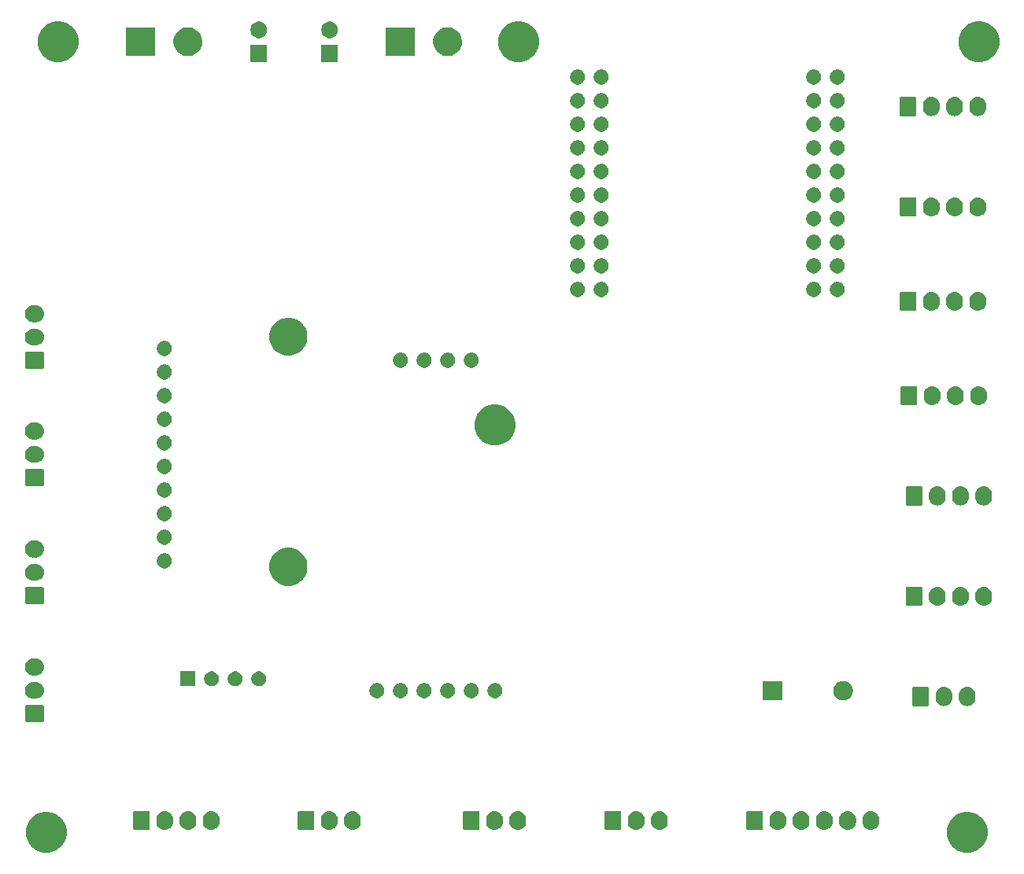
<source format=gbr>
G04 #@! TF.GenerationSoftware,KiCad,Pcbnew,5.1.5-52549c5~84~ubuntu18.04.1*
G04 #@! TF.CreationDate,2020-02-02T15:04:15+01:00*
G04 #@! TF.ProjectId,autopool,6175746f-706f-46f6-9c2e-6b696361645f,rev?*
G04 #@! TF.SameCoordinates,Original*
G04 #@! TF.FileFunction,Soldermask,Bot*
G04 #@! TF.FilePolarity,Negative*
%FSLAX46Y46*%
G04 Gerber Fmt 4.6, Leading zero omitted, Abs format (unit mm)*
G04 Created by KiCad (PCBNEW 5.1.5-52549c5~84~ubuntu18.04.1) date 2020-02-02 15:04:15*
%MOMM*%
%LPD*%
G04 APERTURE LIST*
%ADD10C,0.100000*%
G04 APERTURE END LIST*
D10*
G36*
X180982007Y-132503582D02*
G01*
X181382563Y-132669498D01*
X181382565Y-132669499D01*
X181743056Y-132910371D01*
X182049629Y-133216944D01*
X182290501Y-133577435D01*
X182290502Y-133577437D01*
X182456418Y-133977993D01*
X182541000Y-134403219D01*
X182541000Y-134836781D01*
X182456418Y-135262007D01*
X182290502Y-135662563D01*
X182290501Y-135662565D01*
X182049629Y-136023056D01*
X181743056Y-136329629D01*
X181382565Y-136570501D01*
X181382564Y-136570502D01*
X181382563Y-136570502D01*
X180982007Y-136736418D01*
X180556781Y-136821000D01*
X180123219Y-136821000D01*
X179697993Y-136736418D01*
X179297437Y-136570502D01*
X179297436Y-136570502D01*
X179297435Y-136570501D01*
X178936944Y-136329629D01*
X178630371Y-136023056D01*
X178389499Y-135662565D01*
X178389498Y-135662563D01*
X178223582Y-135262007D01*
X178139000Y-134836781D01*
X178139000Y-134403219D01*
X178223582Y-133977993D01*
X178389498Y-133577437D01*
X178389499Y-133577435D01*
X178630371Y-133216944D01*
X178936944Y-132910371D01*
X179297435Y-132669499D01*
X179297437Y-132669498D01*
X179697993Y-132503582D01*
X180123219Y-132419000D01*
X180556781Y-132419000D01*
X180982007Y-132503582D01*
G37*
G36*
X81922007Y-132503582D02*
G01*
X82322563Y-132669498D01*
X82322565Y-132669499D01*
X82683056Y-132910371D01*
X82989629Y-133216944D01*
X83230501Y-133577435D01*
X83230502Y-133577437D01*
X83396418Y-133977993D01*
X83481000Y-134403219D01*
X83481000Y-134836781D01*
X83396418Y-135262007D01*
X83230502Y-135662563D01*
X83230501Y-135662565D01*
X82989629Y-136023056D01*
X82683056Y-136329629D01*
X82322565Y-136570501D01*
X82322564Y-136570502D01*
X82322563Y-136570502D01*
X81922007Y-136736418D01*
X81496781Y-136821000D01*
X81063219Y-136821000D01*
X80637993Y-136736418D01*
X80237437Y-136570502D01*
X80237436Y-136570502D01*
X80237435Y-136570501D01*
X79876944Y-136329629D01*
X79570371Y-136023056D01*
X79329499Y-135662565D01*
X79329498Y-135662563D01*
X79163582Y-135262007D01*
X79079000Y-134836781D01*
X79079000Y-134403219D01*
X79163582Y-133977993D01*
X79329498Y-133577437D01*
X79329499Y-133577435D01*
X79570371Y-133216944D01*
X79876944Y-132910371D01*
X80237435Y-132669499D01*
X80237437Y-132669498D01*
X80637993Y-132503582D01*
X81063219Y-132419000D01*
X81496781Y-132419000D01*
X81922007Y-132503582D01*
G37*
G36*
X99196626Y-132337037D02*
G01*
X99366465Y-132388557D01*
X99366467Y-132388558D01*
X99522989Y-132472221D01*
X99660186Y-132584814D01*
X99729683Y-132669498D01*
X99772778Y-132722009D01*
X99856443Y-132878534D01*
X99907963Y-133048373D01*
X99921000Y-133180742D01*
X99921000Y-133519257D01*
X99907963Y-133651626D01*
X99856443Y-133821466D01*
X99772778Y-133977991D01*
X99772777Y-133977992D01*
X99660186Y-134115186D01*
X99565250Y-134193097D01*
X99522991Y-134227778D01*
X99366466Y-134311443D01*
X99196627Y-134362963D01*
X99020000Y-134380359D01*
X98843374Y-134362963D01*
X98673535Y-134311443D01*
X98517010Y-134227778D01*
X98379815Y-134115185D01*
X98267222Y-133977991D01*
X98183557Y-133821466D01*
X98132037Y-133651627D01*
X98119000Y-133519258D01*
X98119000Y-133180743D01*
X98132037Y-133048374D01*
X98183557Y-132878535D01*
X98267222Y-132722010D01*
X98267223Y-132722009D01*
X98379814Y-132584814D01*
X98481271Y-132501552D01*
X98517009Y-132472222D01*
X98673534Y-132388557D01*
X98843373Y-132337037D01*
X99020000Y-132319641D01*
X99196626Y-132337037D01*
G37*
G36*
X94196626Y-132337037D02*
G01*
X94366465Y-132388557D01*
X94366467Y-132388558D01*
X94522989Y-132472221D01*
X94660186Y-132584814D01*
X94729683Y-132669498D01*
X94772778Y-132722009D01*
X94856443Y-132878534D01*
X94907963Y-133048373D01*
X94921000Y-133180742D01*
X94921000Y-133519257D01*
X94907963Y-133651626D01*
X94856443Y-133821466D01*
X94772778Y-133977991D01*
X94772777Y-133977992D01*
X94660186Y-134115186D01*
X94565250Y-134193097D01*
X94522991Y-134227778D01*
X94366466Y-134311443D01*
X94196627Y-134362963D01*
X94020000Y-134380359D01*
X93843374Y-134362963D01*
X93673535Y-134311443D01*
X93517010Y-134227778D01*
X93379815Y-134115185D01*
X93267222Y-133977991D01*
X93183557Y-133821466D01*
X93132037Y-133651627D01*
X93119000Y-133519258D01*
X93119000Y-133180743D01*
X93132037Y-133048374D01*
X93183557Y-132878535D01*
X93267222Y-132722010D01*
X93267223Y-132722009D01*
X93379814Y-132584814D01*
X93481271Y-132501552D01*
X93517009Y-132472222D01*
X93673534Y-132388557D01*
X93843373Y-132337037D01*
X94020000Y-132319641D01*
X94196626Y-132337037D01*
G37*
G36*
X170156626Y-132337037D02*
G01*
X170326465Y-132388557D01*
X170326467Y-132388558D01*
X170482989Y-132472221D01*
X170620186Y-132584814D01*
X170689683Y-132669498D01*
X170732778Y-132722009D01*
X170816443Y-132878534D01*
X170867963Y-133048373D01*
X170881000Y-133180742D01*
X170881000Y-133519257D01*
X170867963Y-133651626D01*
X170816443Y-133821466D01*
X170732778Y-133977991D01*
X170732777Y-133977992D01*
X170620186Y-134115186D01*
X170525250Y-134193097D01*
X170482991Y-134227778D01*
X170326466Y-134311443D01*
X170156627Y-134362963D01*
X169980000Y-134380359D01*
X169803374Y-134362963D01*
X169633535Y-134311443D01*
X169477010Y-134227778D01*
X169339815Y-134115185D01*
X169227222Y-133977991D01*
X169143557Y-133821466D01*
X169092037Y-133651627D01*
X169079000Y-133519258D01*
X169079000Y-133180743D01*
X169092037Y-133048374D01*
X169143557Y-132878535D01*
X169227222Y-132722010D01*
X169227223Y-132722009D01*
X169339814Y-132584814D01*
X169441271Y-132501552D01*
X169477009Y-132472222D01*
X169633534Y-132388557D01*
X169803373Y-132337037D01*
X169980000Y-132319641D01*
X170156626Y-132337037D01*
G37*
G36*
X167656626Y-132337037D02*
G01*
X167826465Y-132388557D01*
X167826467Y-132388558D01*
X167982989Y-132472221D01*
X168120186Y-132584814D01*
X168189683Y-132669498D01*
X168232778Y-132722009D01*
X168316443Y-132878534D01*
X168367963Y-133048373D01*
X168381000Y-133180742D01*
X168381000Y-133519257D01*
X168367963Y-133651626D01*
X168316443Y-133821466D01*
X168232778Y-133977991D01*
X168232777Y-133977992D01*
X168120186Y-134115186D01*
X168025250Y-134193097D01*
X167982991Y-134227778D01*
X167826466Y-134311443D01*
X167656627Y-134362963D01*
X167480000Y-134380359D01*
X167303374Y-134362963D01*
X167133535Y-134311443D01*
X166977010Y-134227778D01*
X166839815Y-134115185D01*
X166727222Y-133977991D01*
X166643557Y-133821466D01*
X166592037Y-133651627D01*
X166579000Y-133519258D01*
X166579000Y-133180743D01*
X166592037Y-133048374D01*
X166643557Y-132878535D01*
X166727222Y-132722010D01*
X166727223Y-132722009D01*
X166839814Y-132584814D01*
X166941271Y-132501552D01*
X166977009Y-132472222D01*
X167133534Y-132388557D01*
X167303373Y-132337037D01*
X167480000Y-132319641D01*
X167656626Y-132337037D01*
G37*
G36*
X165156626Y-132337037D02*
G01*
X165326465Y-132388557D01*
X165326467Y-132388558D01*
X165482989Y-132472221D01*
X165620186Y-132584814D01*
X165689683Y-132669498D01*
X165732778Y-132722009D01*
X165816443Y-132878534D01*
X165867963Y-133048373D01*
X165881000Y-133180742D01*
X165881000Y-133519257D01*
X165867963Y-133651626D01*
X165816443Y-133821466D01*
X165732778Y-133977991D01*
X165732777Y-133977992D01*
X165620186Y-134115186D01*
X165525250Y-134193097D01*
X165482991Y-134227778D01*
X165326466Y-134311443D01*
X165156627Y-134362963D01*
X164980000Y-134380359D01*
X164803374Y-134362963D01*
X164633535Y-134311443D01*
X164477010Y-134227778D01*
X164339815Y-134115185D01*
X164227222Y-133977991D01*
X164143557Y-133821466D01*
X164092037Y-133651627D01*
X164079000Y-133519258D01*
X164079000Y-133180743D01*
X164092037Y-133048374D01*
X164143557Y-132878535D01*
X164227222Y-132722010D01*
X164227223Y-132722009D01*
X164339814Y-132584814D01*
X164441271Y-132501552D01*
X164477009Y-132472222D01*
X164633534Y-132388557D01*
X164803373Y-132337037D01*
X164980000Y-132319641D01*
X165156626Y-132337037D01*
G37*
G36*
X162656626Y-132337037D02*
G01*
X162826465Y-132388557D01*
X162826467Y-132388558D01*
X162982989Y-132472221D01*
X163120186Y-132584814D01*
X163189683Y-132669498D01*
X163232778Y-132722009D01*
X163316443Y-132878534D01*
X163367963Y-133048373D01*
X163381000Y-133180742D01*
X163381000Y-133519257D01*
X163367963Y-133651626D01*
X163316443Y-133821466D01*
X163232778Y-133977991D01*
X163232777Y-133977992D01*
X163120186Y-134115186D01*
X163025250Y-134193097D01*
X162982991Y-134227778D01*
X162826466Y-134311443D01*
X162656627Y-134362963D01*
X162480000Y-134380359D01*
X162303374Y-134362963D01*
X162133535Y-134311443D01*
X161977010Y-134227778D01*
X161839815Y-134115185D01*
X161727222Y-133977991D01*
X161643557Y-133821466D01*
X161592037Y-133651627D01*
X161579000Y-133519258D01*
X161579000Y-133180743D01*
X161592037Y-133048374D01*
X161643557Y-132878535D01*
X161727222Y-132722010D01*
X161727223Y-132722009D01*
X161839814Y-132584814D01*
X161941271Y-132501552D01*
X161977009Y-132472222D01*
X162133534Y-132388557D01*
X162303373Y-132337037D01*
X162480000Y-132319641D01*
X162656626Y-132337037D01*
G37*
G36*
X160156626Y-132337037D02*
G01*
X160326465Y-132388557D01*
X160326467Y-132388558D01*
X160482989Y-132472221D01*
X160620186Y-132584814D01*
X160689683Y-132669498D01*
X160732778Y-132722009D01*
X160816443Y-132878534D01*
X160867963Y-133048373D01*
X160881000Y-133180742D01*
X160881000Y-133519257D01*
X160867963Y-133651626D01*
X160816443Y-133821466D01*
X160732778Y-133977991D01*
X160732777Y-133977992D01*
X160620186Y-134115186D01*
X160525250Y-134193097D01*
X160482991Y-134227778D01*
X160326466Y-134311443D01*
X160156627Y-134362963D01*
X159980000Y-134380359D01*
X159803374Y-134362963D01*
X159633535Y-134311443D01*
X159477010Y-134227778D01*
X159339815Y-134115185D01*
X159227222Y-133977991D01*
X159143557Y-133821466D01*
X159092037Y-133651627D01*
X159079000Y-133519258D01*
X159079000Y-133180743D01*
X159092037Y-133048374D01*
X159143557Y-132878535D01*
X159227222Y-132722010D01*
X159227223Y-132722009D01*
X159339814Y-132584814D01*
X159441271Y-132501552D01*
X159477009Y-132472222D01*
X159633534Y-132388557D01*
X159803373Y-132337037D01*
X159980000Y-132319641D01*
X160156626Y-132337037D01*
G37*
G36*
X96696626Y-132337037D02*
G01*
X96866465Y-132388557D01*
X96866467Y-132388558D01*
X97022989Y-132472221D01*
X97160186Y-132584814D01*
X97229683Y-132669498D01*
X97272778Y-132722009D01*
X97356443Y-132878534D01*
X97407963Y-133048373D01*
X97421000Y-133180742D01*
X97421000Y-133519257D01*
X97407963Y-133651626D01*
X97356443Y-133821466D01*
X97272778Y-133977991D01*
X97272777Y-133977992D01*
X97160186Y-134115186D01*
X97065250Y-134193097D01*
X97022991Y-134227778D01*
X96866466Y-134311443D01*
X96696627Y-134362963D01*
X96520000Y-134380359D01*
X96343374Y-134362963D01*
X96173535Y-134311443D01*
X96017010Y-134227778D01*
X95879815Y-134115185D01*
X95767222Y-133977991D01*
X95683557Y-133821466D01*
X95632037Y-133651627D01*
X95619000Y-133519258D01*
X95619000Y-133180743D01*
X95632037Y-133048374D01*
X95683557Y-132878535D01*
X95767222Y-132722010D01*
X95767223Y-132722009D01*
X95879814Y-132584814D01*
X95981271Y-132501552D01*
X96017009Y-132472222D01*
X96173534Y-132388557D01*
X96343373Y-132337037D01*
X96520000Y-132319641D01*
X96696626Y-132337037D01*
G37*
G36*
X129676626Y-132337037D02*
G01*
X129846465Y-132388557D01*
X129846467Y-132388558D01*
X130002989Y-132472221D01*
X130140186Y-132584814D01*
X130209683Y-132669498D01*
X130252778Y-132722009D01*
X130336443Y-132878534D01*
X130387963Y-133048373D01*
X130401000Y-133180742D01*
X130401000Y-133519257D01*
X130387963Y-133651626D01*
X130336443Y-133821466D01*
X130252778Y-133977991D01*
X130252777Y-133977992D01*
X130140186Y-134115186D01*
X130045250Y-134193097D01*
X130002991Y-134227778D01*
X129846466Y-134311443D01*
X129676627Y-134362963D01*
X129500000Y-134380359D01*
X129323374Y-134362963D01*
X129153535Y-134311443D01*
X128997010Y-134227778D01*
X128859815Y-134115185D01*
X128747222Y-133977991D01*
X128663557Y-133821466D01*
X128612037Y-133651627D01*
X128599000Y-133519258D01*
X128599000Y-133180743D01*
X128612037Y-133048374D01*
X128663557Y-132878535D01*
X128747222Y-132722010D01*
X128747223Y-132722009D01*
X128859814Y-132584814D01*
X128961271Y-132501552D01*
X128997009Y-132472222D01*
X129153534Y-132388557D01*
X129323373Y-132337037D01*
X129500000Y-132319641D01*
X129676626Y-132337037D01*
G37*
G36*
X147416626Y-132337037D02*
G01*
X147586465Y-132388557D01*
X147586467Y-132388558D01*
X147742989Y-132472221D01*
X147880186Y-132584814D01*
X147949683Y-132669498D01*
X147992778Y-132722009D01*
X148076443Y-132878534D01*
X148127963Y-133048373D01*
X148141000Y-133180742D01*
X148141000Y-133519257D01*
X148127963Y-133651626D01*
X148076443Y-133821466D01*
X147992778Y-133977991D01*
X147992777Y-133977992D01*
X147880186Y-134115186D01*
X147785250Y-134193097D01*
X147742991Y-134227778D01*
X147586466Y-134311443D01*
X147416627Y-134362963D01*
X147240000Y-134380359D01*
X147063374Y-134362963D01*
X146893535Y-134311443D01*
X146737010Y-134227778D01*
X146599815Y-134115185D01*
X146487222Y-133977991D01*
X146403557Y-133821466D01*
X146352037Y-133651627D01*
X146339000Y-133519258D01*
X146339000Y-133180743D01*
X146352037Y-133048374D01*
X146403557Y-132878535D01*
X146487222Y-132722010D01*
X146487223Y-132722009D01*
X146599814Y-132584814D01*
X146701271Y-132501552D01*
X146737009Y-132472222D01*
X146893534Y-132388557D01*
X147063373Y-132337037D01*
X147240000Y-132319641D01*
X147416626Y-132337037D01*
G37*
G36*
X144916626Y-132337037D02*
G01*
X145086465Y-132388557D01*
X145086467Y-132388558D01*
X145242989Y-132472221D01*
X145380186Y-132584814D01*
X145449683Y-132669498D01*
X145492778Y-132722009D01*
X145576443Y-132878534D01*
X145627963Y-133048373D01*
X145641000Y-133180742D01*
X145641000Y-133519257D01*
X145627963Y-133651626D01*
X145576443Y-133821466D01*
X145492778Y-133977991D01*
X145492777Y-133977992D01*
X145380186Y-134115186D01*
X145285250Y-134193097D01*
X145242991Y-134227778D01*
X145086466Y-134311443D01*
X144916627Y-134362963D01*
X144740000Y-134380359D01*
X144563374Y-134362963D01*
X144393535Y-134311443D01*
X144237010Y-134227778D01*
X144099815Y-134115185D01*
X143987222Y-133977991D01*
X143903557Y-133821466D01*
X143852037Y-133651627D01*
X143839000Y-133519258D01*
X143839000Y-133180743D01*
X143852037Y-133048374D01*
X143903557Y-132878535D01*
X143987222Y-132722010D01*
X143987223Y-132722009D01*
X144099814Y-132584814D01*
X144201271Y-132501552D01*
X144237009Y-132472222D01*
X144393534Y-132388557D01*
X144563373Y-132337037D01*
X144740000Y-132319641D01*
X144916626Y-132337037D01*
G37*
G36*
X114396626Y-132337037D02*
G01*
X114566465Y-132388557D01*
X114566467Y-132388558D01*
X114722989Y-132472221D01*
X114860186Y-132584814D01*
X114929683Y-132669498D01*
X114972778Y-132722009D01*
X115056443Y-132878534D01*
X115107963Y-133048373D01*
X115121000Y-133180742D01*
X115121000Y-133519257D01*
X115107963Y-133651626D01*
X115056443Y-133821466D01*
X114972778Y-133977991D01*
X114972777Y-133977992D01*
X114860186Y-134115186D01*
X114765250Y-134193097D01*
X114722991Y-134227778D01*
X114566466Y-134311443D01*
X114396627Y-134362963D01*
X114220000Y-134380359D01*
X114043374Y-134362963D01*
X113873535Y-134311443D01*
X113717010Y-134227778D01*
X113579815Y-134115185D01*
X113467222Y-133977991D01*
X113383557Y-133821466D01*
X113332037Y-133651627D01*
X113319000Y-133519258D01*
X113319000Y-133180743D01*
X113332037Y-133048374D01*
X113383557Y-132878535D01*
X113467222Y-132722010D01*
X113467223Y-132722009D01*
X113579814Y-132584814D01*
X113681271Y-132501552D01*
X113717009Y-132472222D01*
X113873534Y-132388557D01*
X114043373Y-132337037D01*
X114220000Y-132319641D01*
X114396626Y-132337037D01*
G37*
G36*
X111896626Y-132337037D02*
G01*
X112066465Y-132388557D01*
X112066467Y-132388558D01*
X112222989Y-132472221D01*
X112360186Y-132584814D01*
X112429683Y-132669498D01*
X112472778Y-132722009D01*
X112556443Y-132878534D01*
X112607963Y-133048373D01*
X112621000Y-133180742D01*
X112621000Y-133519257D01*
X112607963Y-133651626D01*
X112556443Y-133821466D01*
X112472778Y-133977991D01*
X112472777Y-133977992D01*
X112360186Y-134115186D01*
X112265250Y-134193097D01*
X112222991Y-134227778D01*
X112066466Y-134311443D01*
X111896627Y-134362963D01*
X111720000Y-134380359D01*
X111543374Y-134362963D01*
X111373535Y-134311443D01*
X111217010Y-134227778D01*
X111079815Y-134115185D01*
X110967222Y-133977991D01*
X110883557Y-133821466D01*
X110832037Y-133651627D01*
X110819000Y-133519258D01*
X110819000Y-133180743D01*
X110832037Y-133048374D01*
X110883557Y-132878535D01*
X110967222Y-132722010D01*
X110967223Y-132722009D01*
X111079814Y-132584814D01*
X111181271Y-132501552D01*
X111217009Y-132472222D01*
X111373534Y-132388557D01*
X111543373Y-132337037D01*
X111720000Y-132319641D01*
X111896626Y-132337037D01*
G37*
G36*
X132176626Y-132337037D02*
G01*
X132346465Y-132388557D01*
X132346467Y-132388558D01*
X132502989Y-132472221D01*
X132640186Y-132584814D01*
X132709683Y-132669498D01*
X132752778Y-132722009D01*
X132836443Y-132878534D01*
X132887963Y-133048373D01*
X132901000Y-133180742D01*
X132901000Y-133519257D01*
X132887963Y-133651626D01*
X132836443Y-133821466D01*
X132752778Y-133977991D01*
X132752777Y-133977992D01*
X132640186Y-134115186D01*
X132545250Y-134193097D01*
X132502991Y-134227778D01*
X132346466Y-134311443D01*
X132176627Y-134362963D01*
X132000000Y-134380359D01*
X131823374Y-134362963D01*
X131653535Y-134311443D01*
X131497010Y-134227778D01*
X131359815Y-134115185D01*
X131247222Y-133977991D01*
X131163557Y-133821466D01*
X131112037Y-133651627D01*
X131099000Y-133519258D01*
X131099000Y-133180743D01*
X131112037Y-133048374D01*
X131163557Y-132878535D01*
X131247222Y-132722010D01*
X131247223Y-132722009D01*
X131359814Y-132584814D01*
X131461271Y-132501552D01*
X131497009Y-132472222D01*
X131653534Y-132388557D01*
X131823373Y-132337037D01*
X132000000Y-132319641D01*
X132176626Y-132337037D01*
G37*
G36*
X142998600Y-132327989D02*
G01*
X143031652Y-132338015D01*
X143062103Y-132354292D01*
X143088799Y-132376201D01*
X143110708Y-132402897D01*
X143126985Y-132433348D01*
X143137011Y-132466400D01*
X143141000Y-132506903D01*
X143141000Y-134193097D01*
X143137011Y-134233600D01*
X143126985Y-134266652D01*
X143110708Y-134297103D01*
X143088799Y-134323799D01*
X143062103Y-134345708D01*
X143031652Y-134361985D01*
X142998600Y-134372011D01*
X142958097Y-134376000D01*
X141521903Y-134376000D01*
X141481400Y-134372011D01*
X141448348Y-134361985D01*
X141417897Y-134345708D01*
X141391201Y-134323799D01*
X141369292Y-134297103D01*
X141353015Y-134266652D01*
X141342989Y-134233600D01*
X141339000Y-134193097D01*
X141339000Y-132506903D01*
X141342989Y-132466400D01*
X141353015Y-132433348D01*
X141369292Y-132402897D01*
X141391201Y-132376201D01*
X141417897Y-132354292D01*
X141448348Y-132338015D01*
X141481400Y-132327989D01*
X141521903Y-132324000D01*
X142958097Y-132324000D01*
X142998600Y-132327989D01*
G37*
G36*
X158238600Y-132327989D02*
G01*
X158271652Y-132338015D01*
X158302103Y-132354292D01*
X158328799Y-132376201D01*
X158350708Y-132402897D01*
X158366985Y-132433348D01*
X158377011Y-132466400D01*
X158381000Y-132506903D01*
X158381000Y-134193097D01*
X158377011Y-134233600D01*
X158366985Y-134266652D01*
X158350708Y-134297103D01*
X158328799Y-134323799D01*
X158302103Y-134345708D01*
X158271652Y-134361985D01*
X158238600Y-134372011D01*
X158198097Y-134376000D01*
X156761903Y-134376000D01*
X156721400Y-134372011D01*
X156688348Y-134361985D01*
X156657897Y-134345708D01*
X156631201Y-134323799D01*
X156609292Y-134297103D01*
X156593015Y-134266652D01*
X156582989Y-134233600D01*
X156579000Y-134193097D01*
X156579000Y-132506903D01*
X156582989Y-132466400D01*
X156593015Y-132433348D01*
X156609292Y-132402897D01*
X156631201Y-132376201D01*
X156657897Y-132354292D01*
X156688348Y-132338015D01*
X156721400Y-132327989D01*
X156761903Y-132324000D01*
X158198097Y-132324000D01*
X158238600Y-132327989D01*
G37*
G36*
X92278600Y-132327989D02*
G01*
X92311652Y-132338015D01*
X92342103Y-132354292D01*
X92368799Y-132376201D01*
X92390708Y-132402897D01*
X92406985Y-132433348D01*
X92417011Y-132466400D01*
X92421000Y-132506903D01*
X92421000Y-134193097D01*
X92417011Y-134233600D01*
X92406985Y-134266652D01*
X92390708Y-134297103D01*
X92368799Y-134323799D01*
X92342103Y-134345708D01*
X92311652Y-134361985D01*
X92278600Y-134372011D01*
X92238097Y-134376000D01*
X90801903Y-134376000D01*
X90761400Y-134372011D01*
X90728348Y-134361985D01*
X90697897Y-134345708D01*
X90671201Y-134323799D01*
X90649292Y-134297103D01*
X90633015Y-134266652D01*
X90622989Y-134233600D01*
X90619000Y-134193097D01*
X90619000Y-132506903D01*
X90622989Y-132466400D01*
X90633015Y-132433348D01*
X90649292Y-132402897D01*
X90671201Y-132376201D01*
X90697897Y-132354292D01*
X90728348Y-132338015D01*
X90761400Y-132327989D01*
X90801903Y-132324000D01*
X92238097Y-132324000D01*
X92278600Y-132327989D01*
G37*
G36*
X109978600Y-132327989D02*
G01*
X110011652Y-132338015D01*
X110042103Y-132354292D01*
X110068799Y-132376201D01*
X110090708Y-132402897D01*
X110106985Y-132433348D01*
X110117011Y-132466400D01*
X110121000Y-132506903D01*
X110121000Y-134193097D01*
X110117011Y-134233600D01*
X110106985Y-134266652D01*
X110090708Y-134297103D01*
X110068799Y-134323799D01*
X110042103Y-134345708D01*
X110011652Y-134361985D01*
X109978600Y-134372011D01*
X109938097Y-134376000D01*
X108501903Y-134376000D01*
X108461400Y-134372011D01*
X108428348Y-134361985D01*
X108397897Y-134345708D01*
X108371201Y-134323799D01*
X108349292Y-134297103D01*
X108333015Y-134266652D01*
X108322989Y-134233600D01*
X108319000Y-134193097D01*
X108319000Y-132506903D01*
X108322989Y-132466400D01*
X108333015Y-132433348D01*
X108349292Y-132402897D01*
X108371201Y-132376201D01*
X108397897Y-132354292D01*
X108428348Y-132338015D01*
X108461400Y-132327989D01*
X108501903Y-132324000D01*
X109938097Y-132324000D01*
X109978600Y-132327989D01*
G37*
G36*
X127758600Y-132327989D02*
G01*
X127791652Y-132338015D01*
X127822103Y-132354292D01*
X127848799Y-132376201D01*
X127870708Y-132402897D01*
X127886985Y-132433348D01*
X127897011Y-132466400D01*
X127901000Y-132506903D01*
X127901000Y-134193097D01*
X127897011Y-134233600D01*
X127886985Y-134266652D01*
X127870708Y-134297103D01*
X127848799Y-134323799D01*
X127822103Y-134345708D01*
X127791652Y-134361985D01*
X127758600Y-134372011D01*
X127718097Y-134376000D01*
X126281903Y-134376000D01*
X126241400Y-134372011D01*
X126208348Y-134361985D01*
X126177897Y-134345708D01*
X126151201Y-134323799D01*
X126129292Y-134297103D01*
X126113015Y-134266652D01*
X126102989Y-134233600D01*
X126099000Y-134193097D01*
X126099000Y-132506903D01*
X126102989Y-132466400D01*
X126113015Y-132433348D01*
X126129292Y-132402897D01*
X126151201Y-132376201D01*
X126177897Y-132354292D01*
X126208348Y-132338015D01*
X126241400Y-132327989D01*
X126281903Y-132324000D01*
X127718097Y-132324000D01*
X127758600Y-132327989D01*
G37*
G36*
X80893600Y-120942989D02*
G01*
X80926652Y-120953015D01*
X80957103Y-120969292D01*
X80983799Y-120991201D01*
X81005708Y-121017897D01*
X81021985Y-121048348D01*
X81032011Y-121081400D01*
X81036000Y-121121903D01*
X81036000Y-122558097D01*
X81032011Y-122598600D01*
X81021985Y-122631652D01*
X81005708Y-122662103D01*
X80983799Y-122688799D01*
X80957103Y-122710708D01*
X80926652Y-122726985D01*
X80893600Y-122737011D01*
X80853097Y-122741000D01*
X79166903Y-122741000D01*
X79126400Y-122737011D01*
X79093348Y-122726985D01*
X79062897Y-122710708D01*
X79036201Y-122688799D01*
X79014292Y-122662103D01*
X78998015Y-122631652D01*
X78987989Y-122598600D01*
X78984000Y-122558097D01*
X78984000Y-121121903D01*
X78987989Y-121081400D01*
X78998015Y-121048348D01*
X79014292Y-121017897D01*
X79036201Y-120991201D01*
X79062897Y-120969292D01*
X79093348Y-120953015D01*
X79126400Y-120942989D01*
X79166903Y-120939000D01*
X80853097Y-120939000D01*
X80893600Y-120942989D01*
G37*
G36*
X178016626Y-119002037D02*
G01*
X178186465Y-119053557D01*
X178186467Y-119053558D01*
X178342989Y-119137221D01*
X178480186Y-119249814D01*
X178563448Y-119351271D01*
X178592778Y-119387009D01*
X178676443Y-119543534D01*
X178727963Y-119713373D01*
X178727963Y-119713375D01*
X178741000Y-119845740D01*
X178741000Y-120184259D01*
X178736695Y-120227963D01*
X178727963Y-120316626D01*
X178676443Y-120486466D01*
X178592778Y-120642991D01*
X178563448Y-120678729D01*
X178480186Y-120780186D01*
X178385250Y-120858097D01*
X178342991Y-120892778D01*
X178342989Y-120892779D01*
X178199845Y-120969292D01*
X178186466Y-120976443D01*
X178016627Y-121027963D01*
X177840000Y-121045359D01*
X177663374Y-121027963D01*
X177493535Y-120976443D01*
X177480157Y-120969292D01*
X177337012Y-120892779D01*
X177337010Y-120892778D01*
X177199815Y-120780185D01*
X177087222Y-120642991D01*
X177003557Y-120486466D01*
X176952037Y-120316627D01*
X176945518Y-120250442D01*
X176939000Y-120184260D01*
X176939000Y-119845741D01*
X176952037Y-119713376D01*
X176952037Y-119713374D01*
X177003557Y-119543535D01*
X177035639Y-119483514D01*
X177087221Y-119387011D01*
X177199814Y-119249814D01*
X177305144Y-119163373D01*
X177337009Y-119137222D01*
X177493534Y-119053557D01*
X177663373Y-119002037D01*
X177840000Y-118984641D01*
X178016626Y-119002037D01*
G37*
G36*
X180516626Y-119002037D02*
G01*
X180686465Y-119053557D01*
X180686467Y-119053558D01*
X180842989Y-119137221D01*
X180980186Y-119249814D01*
X181063448Y-119351271D01*
X181092778Y-119387009D01*
X181176443Y-119543534D01*
X181227963Y-119713373D01*
X181227963Y-119713375D01*
X181241000Y-119845740D01*
X181241000Y-120184259D01*
X181236695Y-120227963D01*
X181227963Y-120316626D01*
X181176443Y-120486466D01*
X181092778Y-120642991D01*
X181063448Y-120678729D01*
X180980186Y-120780186D01*
X180885250Y-120858097D01*
X180842991Y-120892778D01*
X180842989Y-120892779D01*
X180699845Y-120969292D01*
X180686466Y-120976443D01*
X180516627Y-121027963D01*
X180340000Y-121045359D01*
X180163374Y-121027963D01*
X179993535Y-120976443D01*
X179980157Y-120969292D01*
X179837012Y-120892779D01*
X179837010Y-120892778D01*
X179699815Y-120780185D01*
X179587222Y-120642991D01*
X179503557Y-120486466D01*
X179452037Y-120316627D01*
X179445518Y-120250442D01*
X179439000Y-120184260D01*
X179439000Y-119845741D01*
X179452037Y-119713376D01*
X179452037Y-119713374D01*
X179503557Y-119543535D01*
X179535639Y-119483514D01*
X179587221Y-119387011D01*
X179699814Y-119249814D01*
X179805144Y-119163373D01*
X179837009Y-119137222D01*
X179993534Y-119053557D01*
X180163373Y-119002037D01*
X180340000Y-118984641D01*
X180516626Y-119002037D01*
G37*
G36*
X176098600Y-118992989D02*
G01*
X176131652Y-119003015D01*
X176162103Y-119019292D01*
X176188799Y-119041201D01*
X176210708Y-119067897D01*
X176226985Y-119098348D01*
X176237011Y-119131400D01*
X176241000Y-119171903D01*
X176241000Y-120858097D01*
X176237011Y-120898600D01*
X176226985Y-120931652D01*
X176210708Y-120962103D01*
X176188799Y-120988799D01*
X176162103Y-121010708D01*
X176131652Y-121026985D01*
X176098600Y-121037011D01*
X176058097Y-121041000D01*
X174621903Y-121041000D01*
X174581400Y-121037011D01*
X174548348Y-121026985D01*
X174517897Y-121010708D01*
X174491201Y-120988799D01*
X174469292Y-120962103D01*
X174453015Y-120931652D01*
X174442989Y-120898600D01*
X174439000Y-120858097D01*
X174439000Y-119171903D01*
X174442989Y-119131400D01*
X174453015Y-119098348D01*
X174469292Y-119067897D01*
X174491201Y-119041201D01*
X174517897Y-119019292D01*
X174548348Y-119003015D01*
X174581400Y-118992989D01*
X174621903Y-118989000D01*
X176058097Y-118989000D01*
X176098600Y-118992989D01*
G37*
G36*
X167311564Y-118369389D02*
G01*
X167479620Y-118439000D01*
X167502835Y-118448616D01*
X167674973Y-118563635D01*
X167821365Y-118710027D01*
X167935084Y-118880219D01*
X167936385Y-118882167D01*
X168015611Y-119073436D01*
X168056000Y-119276484D01*
X168056000Y-119483516D01*
X168015611Y-119686564D01*
X168004505Y-119713376D01*
X167936384Y-119877835D01*
X167821365Y-120049973D01*
X167674973Y-120196365D01*
X167502835Y-120311384D01*
X167502834Y-120311385D01*
X167502833Y-120311385D01*
X167311564Y-120390611D01*
X167108516Y-120431000D01*
X166901484Y-120431000D01*
X166698436Y-120390611D01*
X166507167Y-120311385D01*
X166507166Y-120311385D01*
X166507165Y-120311384D01*
X166335027Y-120196365D01*
X166188635Y-120049973D01*
X166073616Y-119877835D01*
X166005495Y-119713376D01*
X165994389Y-119686564D01*
X165954000Y-119483516D01*
X165954000Y-119276484D01*
X165994389Y-119073436D01*
X166073615Y-118882167D01*
X166074917Y-118880219D01*
X166188635Y-118710027D01*
X166335027Y-118563635D01*
X166507165Y-118448616D01*
X166530380Y-118439000D01*
X166698436Y-118369389D01*
X166901484Y-118329000D01*
X167108516Y-118329000D01*
X167311564Y-118369389D01*
G37*
G36*
X160456000Y-120431000D02*
G01*
X158354000Y-120431000D01*
X158354000Y-118329000D01*
X160456000Y-118329000D01*
X160456000Y-120431000D01*
G37*
G36*
X80245442Y-118445518D02*
G01*
X80311627Y-118452037D01*
X80481466Y-118503557D01*
X80637991Y-118587222D01*
X80651420Y-118598243D01*
X80775186Y-118699814D01*
X80858448Y-118801271D01*
X80887778Y-118837009D01*
X80971443Y-118993534D01*
X81022963Y-119163373D01*
X81040359Y-119340000D01*
X81022963Y-119516627D01*
X80971443Y-119686466D01*
X80887778Y-119842991D01*
X80885521Y-119845741D01*
X80775186Y-119980186D01*
X80690149Y-120049973D01*
X80637991Y-120092778D01*
X80559729Y-120134610D01*
X80508940Y-120161758D01*
X80481466Y-120176443D01*
X80311627Y-120227963D01*
X80245442Y-120234482D01*
X80179260Y-120241000D01*
X79840740Y-120241000D01*
X79774558Y-120234482D01*
X79708373Y-120227963D01*
X79538534Y-120176443D01*
X79511061Y-120161758D01*
X79460271Y-120134610D01*
X79382009Y-120092778D01*
X79329851Y-120049973D01*
X79244814Y-119980186D01*
X79134479Y-119845741D01*
X79132222Y-119842991D01*
X79048557Y-119686466D01*
X78997037Y-119516627D01*
X78979641Y-119340000D01*
X78997037Y-119163373D01*
X79048557Y-118993534D01*
X79132222Y-118837009D01*
X79161552Y-118801271D01*
X79244814Y-118699814D01*
X79368580Y-118598243D01*
X79382009Y-118587222D01*
X79538534Y-118503557D01*
X79708373Y-118452037D01*
X79774558Y-118445518D01*
X79840740Y-118439000D01*
X80179260Y-118439000D01*
X80245442Y-118445518D01*
G37*
G36*
X119617142Y-118598242D02*
G01*
X119765101Y-118659529D01*
X119898255Y-118748499D01*
X120011501Y-118861745D01*
X120100471Y-118994899D01*
X120161758Y-119142858D01*
X120193000Y-119299925D01*
X120193000Y-119460075D01*
X120161758Y-119617142D01*
X120100471Y-119765101D01*
X120011501Y-119898255D01*
X119898255Y-120011501D01*
X119765101Y-120100471D01*
X119617142Y-120161758D01*
X119460075Y-120193000D01*
X119299925Y-120193000D01*
X119142858Y-120161758D01*
X118994899Y-120100471D01*
X118861745Y-120011501D01*
X118748499Y-119898255D01*
X118659529Y-119765101D01*
X118598242Y-119617142D01*
X118567000Y-119460075D01*
X118567000Y-119299925D01*
X118598242Y-119142858D01*
X118659529Y-118994899D01*
X118748499Y-118861745D01*
X118861745Y-118748499D01*
X118994899Y-118659529D01*
X119142858Y-118598242D01*
X119299925Y-118567000D01*
X119460075Y-118567000D01*
X119617142Y-118598242D01*
G37*
G36*
X117077142Y-118598242D02*
G01*
X117225101Y-118659529D01*
X117358255Y-118748499D01*
X117471501Y-118861745D01*
X117560471Y-118994899D01*
X117621758Y-119142858D01*
X117653000Y-119299925D01*
X117653000Y-119460075D01*
X117621758Y-119617142D01*
X117560471Y-119765101D01*
X117471501Y-119898255D01*
X117358255Y-120011501D01*
X117225101Y-120100471D01*
X117077142Y-120161758D01*
X116920075Y-120193000D01*
X116759925Y-120193000D01*
X116602858Y-120161758D01*
X116454899Y-120100471D01*
X116321745Y-120011501D01*
X116208499Y-119898255D01*
X116119529Y-119765101D01*
X116058242Y-119617142D01*
X116027000Y-119460075D01*
X116027000Y-119299925D01*
X116058242Y-119142858D01*
X116119529Y-118994899D01*
X116208499Y-118861745D01*
X116321745Y-118748499D01*
X116454899Y-118659529D01*
X116602858Y-118598242D01*
X116759925Y-118567000D01*
X116920075Y-118567000D01*
X117077142Y-118598242D01*
G37*
G36*
X122157142Y-118598242D02*
G01*
X122305101Y-118659529D01*
X122438255Y-118748499D01*
X122551501Y-118861745D01*
X122640471Y-118994899D01*
X122701758Y-119142858D01*
X122733000Y-119299925D01*
X122733000Y-119460075D01*
X122701758Y-119617142D01*
X122640471Y-119765101D01*
X122551501Y-119898255D01*
X122438255Y-120011501D01*
X122305101Y-120100471D01*
X122157142Y-120161758D01*
X122000075Y-120193000D01*
X121839925Y-120193000D01*
X121682858Y-120161758D01*
X121534899Y-120100471D01*
X121401745Y-120011501D01*
X121288499Y-119898255D01*
X121199529Y-119765101D01*
X121138242Y-119617142D01*
X121107000Y-119460075D01*
X121107000Y-119299925D01*
X121138242Y-119142858D01*
X121199529Y-118994899D01*
X121288499Y-118861745D01*
X121401745Y-118748499D01*
X121534899Y-118659529D01*
X121682858Y-118598242D01*
X121839925Y-118567000D01*
X122000075Y-118567000D01*
X122157142Y-118598242D01*
G37*
G36*
X124697142Y-118598242D02*
G01*
X124845101Y-118659529D01*
X124978255Y-118748499D01*
X125091501Y-118861745D01*
X125180471Y-118994899D01*
X125241758Y-119142858D01*
X125273000Y-119299925D01*
X125273000Y-119460075D01*
X125241758Y-119617142D01*
X125180471Y-119765101D01*
X125091501Y-119898255D01*
X124978255Y-120011501D01*
X124845101Y-120100471D01*
X124697142Y-120161758D01*
X124540075Y-120193000D01*
X124379925Y-120193000D01*
X124222858Y-120161758D01*
X124074899Y-120100471D01*
X123941745Y-120011501D01*
X123828499Y-119898255D01*
X123739529Y-119765101D01*
X123678242Y-119617142D01*
X123647000Y-119460075D01*
X123647000Y-119299925D01*
X123678242Y-119142858D01*
X123739529Y-118994899D01*
X123828499Y-118861745D01*
X123941745Y-118748499D01*
X124074899Y-118659529D01*
X124222858Y-118598242D01*
X124379925Y-118567000D01*
X124540075Y-118567000D01*
X124697142Y-118598242D01*
G37*
G36*
X127237142Y-118598242D02*
G01*
X127385101Y-118659529D01*
X127518255Y-118748499D01*
X127631501Y-118861745D01*
X127720471Y-118994899D01*
X127781758Y-119142858D01*
X127813000Y-119299925D01*
X127813000Y-119460075D01*
X127781758Y-119617142D01*
X127720471Y-119765101D01*
X127631501Y-119898255D01*
X127518255Y-120011501D01*
X127385101Y-120100471D01*
X127237142Y-120161758D01*
X127080075Y-120193000D01*
X126919925Y-120193000D01*
X126762858Y-120161758D01*
X126614899Y-120100471D01*
X126481745Y-120011501D01*
X126368499Y-119898255D01*
X126279529Y-119765101D01*
X126218242Y-119617142D01*
X126187000Y-119460075D01*
X126187000Y-119299925D01*
X126218242Y-119142858D01*
X126279529Y-118994899D01*
X126368499Y-118861745D01*
X126481745Y-118748499D01*
X126614899Y-118659529D01*
X126762858Y-118598242D01*
X126919925Y-118567000D01*
X127080075Y-118567000D01*
X127237142Y-118598242D01*
G37*
G36*
X129777142Y-118598242D02*
G01*
X129925101Y-118659529D01*
X130058255Y-118748499D01*
X130171501Y-118861745D01*
X130260471Y-118994899D01*
X130321758Y-119142858D01*
X130353000Y-119299925D01*
X130353000Y-119460075D01*
X130321758Y-119617142D01*
X130260471Y-119765101D01*
X130171501Y-119898255D01*
X130058255Y-120011501D01*
X129925101Y-120100471D01*
X129777142Y-120161758D01*
X129620075Y-120193000D01*
X129459925Y-120193000D01*
X129302858Y-120161758D01*
X129154899Y-120100471D01*
X129021745Y-120011501D01*
X128908499Y-119898255D01*
X128819529Y-119765101D01*
X128758242Y-119617142D01*
X128727000Y-119460075D01*
X128727000Y-119299925D01*
X128758242Y-119142858D01*
X128819529Y-118994899D01*
X128908499Y-118861745D01*
X129021745Y-118748499D01*
X129154899Y-118659529D01*
X129302858Y-118598242D01*
X129459925Y-118567000D01*
X129620075Y-118567000D01*
X129777142Y-118598242D01*
G37*
G36*
X104373642Y-117339781D02*
G01*
X104519414Y-117400162D01*
X104519416Y-117400163D01*
X104650608Y-117487822D01*
X104762178Y-117599392D01*
X104849837Y-117730584D01*
X104849838Y-117730586D01*
X104910219Y-117876358D01*
X104941000Y-118031107D01*
X104941000Y-118188893D01*
X104910219Y-118343642D01*
X104866737Y-118448616D01*
X104849837Y-118489416D01*
X104762178Y-118620608D01*
X104650608Y-118732178D01*
X104519416Y-118819837D01*
X104519415Y-118819838D01*
X104519414Y-118819838D01*
X104373642Y-118880219D01*
X104218893Y-118911000D01*
X104061107Y-118911000D01*
X103906358Y-118880219D01*
X103760586Y-118819838D01*
X103760585Y-118819838D01*
X103760584Y-118819837D01*
X103629392Y-118732178D01*
X103517822Y-118620608D01*
X103430163Y-118489416D01*
X103413263Y-118448616D01*
X103369781Y-118343642D01*
X103339000Y-118188893D01*
X103339000Y-118031107D01*
X103369781Y-117876358D01*
X103430162Y-117730586D01*
X103430163Y-117730584D01*
X103517822Y-117599392D01*
X103629392Y-117487822D01*
X103760584Y-117400163D01*
X103760586Y-117400162D01*
X103906358Y-117339781D01*
X104061107Y-117309000D01*
X104218893Y-117309000D01*
X104373642Y-117339781D01*
G37*
G36*
X97321000Y-118911000D02*
G01*
X95719000Y-118911000D01*
X95719000Y-117309000D01*
X97321000Y-117309000D01*
X97321000Y-118911000D01*
G37*
G36*
X101833642Y-117339781D02*
G01*
X101979414Y-117400162D01*
X101979416Y-117400163D01*
X102110608Y-117487822D01*
X102222178Y-117599392D01*
X102309837Y-117730584D01*
X102309838Y-117730586D01*
X102370219Y-117876358D01*
X102401000Y-118031107D01*
X102401000Y-118188893D01*
X102370219Y-118343642D01*
X102326737Y-118448616D01*
X102309837Y-118489416D01*
X102222178Y-118620608D01*
X102110608Y-118732178D01*
X101979416Y-118819837D01*
X101979415Y-118819838D01*
X101979414Y-118819838D01*
X101833642Y-118880219D01*
X101678893Y-118911000D01*
X101521107Y-118911000D01*
X101366358Y-118880219D01*
X101220586Y-118819838D01*
X101220585Y-118819838D01*
X101220584Y-118819837D01*
X101089392Y-118732178D01*
X100977822Y-118620608D01*
X100890163Y-118489416D01*
X100873263Y-118448616D01*
X100829781Y-118343642D01*
X100799000Y-118188893D01*
X100799000Y-118031107D01*
X100829781Y-117876358D01*
X100890162Y-117730586D01*
X100890163Y-117730584D01*
X100977822Y-117599392D01*
X101089392Y-117487822D01*
X101220584Y-117400163D01*
X101220586Y-117400162D01*
X101366358Y-117339781D01*
X101521107Y-117309000D01*
X101678893Y-117309000D01*
X101833642Y-117339781D01*
G37*
G36*
X99293642Y-117339781D02*
G01*
X99439414Y-117400162D01*
X99439416Y-117400163D01*
X99570608Y-117487822D01*
X99682178Y-117599392D01*
X99769837Y-117730584D01*
X99769838Y-117730586D01*
X99830219Y-117876358D01*
X99861000Y-118031107D01*
X99861000Y-118188893D01*
X99830219Y-118343642D01*
X99786737Y-118448616D01*
X99769837Y-118489416D01*
X99682178Y-118620608D01*
X99570608Y-118732178D01*
X99439416Y-118819837D01*
X99439415Y-118819838D01*
X99439414Y-118819838D01*
X99293642Y-118880219D01*
X99138893Y-118911000D01*
X98981107Y-118911000D01*
X98826358Y-118880219D01*
X98680586Y-118819838D01*
X98680585Y-118819838D01*
X98680584Y-118819837D01*
X98549392Y-118732178D01*
X98437822Y-118620608D01*
X98350163Y-118489416D01*
X98333263Y-118448616D01*
X98289781Y-118343642D01*
X98259000Y-118188893D01*
X98259000Y-118031107D01*
X98289781Y-117876358D01*
X98350162Y-117730586D01*
X98350163Y-117730584D01*
X98437822Y-117599392D01*
X98549392Y-117487822D01*
X98680584Y-117400163D01*
X98680586Y-117400162D01*
X98826358Y-117339781D01*
X98981107Y-117309000D01*
X99138893Y-117309000D01*
X99293642Y-117339781D01*
G37*
G36*
X80245442Y-115945518D02*
G01*
X80311627Y-115952037D01*
X80481466Y-116003557D01*
X80637991Y-116087222D01*
X80673729Y-116116552D01*
X80775186Y-116199814D01*
X80858448Y-116301271D01*
X80887778Y-116337009D01*
X80971443Y-116493534D01*
X81022963Y-116663373D01*
X81040359Y-116840000D01*
X81022963Y-117016627D01*
X80971443Y-117186466D01*
X80887778Y-117342991D01*
X80858448Y-117378729D01*
X80775186Y-117480186D01*
X80673729Y-117563448D01*
X80637991Y-117592778D01*
X80481466Y-117676443D01*
X80311627Y-117727963D01*
X80245442Y-117734482D01*
X80179260Y-117741000D01*
X79840740Y-117741000D01*
X79774558Y-117734482D01*
X79708373Y-117727963D01*
X79538534Y-117676443D01*
X79382009Y-117592778D01*
X79346271Y-117563448D01*
X79244814Y-117480186D01*
X79161552Y-117378729D01*
X79132222Y-117342991D01*
X79048557Y-117186466D01*
X78997037Y-117016627D01*
X78979641Y-116840000D01*
X78997037Y-116663373D01*
X79048557Y-116493534D01*
X79132222Y-116337009D01*
X79161552Y-116301271D01*
X79244814Y-116199814D01*
X79346271Y-116116552D01*
X79382009Y-116087222D01*
X79538534Y-116003557D01*
X79708373Y-115952037D01*
X79774558Y-115945518D01*
X79840740Y-115939000D01*
X80179260Y-115939000D01*
X80245442Y-115945518D01*
G37*
G36*
X179801626Y-108207037D02*
G01*
X179971465Y-108258557D01*
X179971467Y-108258558D01*
X180127989Y-108342221D01*
X180265186Y-108454814D01*
X180348448Y-108556271D01*
X180377778Y-108592009D01*
X180461443Y-108748534D01*
X180512963Y-108918373D01*
X180526000Y-109050742D01*
X180526000Y-109389257D01*
X180512963Y-109521626D01*
X180461443Y-109691466D01*
X180377778Y-109847991D01*
X180369484Y-109858097D01*
X180265186Y-109985186D01*
X180197175Y-110041000D01*
X180127991Y-110097778D01*
X179971466Y-110181443D01*
X179801627Y-110232963D01*
X179625000Y-110250359D01*
X179448374Y-110232963D01*
X179278535Y-110181443D01*
X179122010Y-110097778D01*
X178984815Y-109985185D01*
X178872222Y-109847991D01*
X178788557Y-109691466D01*
X178737037Y-109521627D01*
X178724000Y-109389258D01*
X178724000Y-109050743D01*
X178737037Y-108918374D01*
X178788557Y-108748535D01*
X178872222Y-108592010D01*
X178872223Y-108592009D01*
X178984814Y-108454814D01*
X179086271Y-108371552D01*
X179122009Y-108342222D01*
X179278534Y-108258557D01*
X179448373Y-108207037D01*
X179625000Y-108189641D01*
X179801626Y-108207037D01*
G37*
G36*
X177301626Y-108207037D02*
G01*
X177471465Y-108258557D01*
X177471467Y-108258558D01*
X177627989Y-108342221D01*
X177765186Y-108454814D01*
X177848448Y-108556271D01*
X177877778Y-108592009D01*
X177961443Y-108748534D01*
X178012963Y-108918373D01*
X178026000Y-109050742D01*
X178026000Y-109389257D01*
X178012963Y-109521626D01*
X177961443Y-109691466D01*
X177877778Y-109847991D01*
X177869484Y-109858097D01*
X177765186Y-109985186D01*
X177697175Y-110041000D01*
X177627991Y-110097778D01*
X177471466Y-110181443D01*
X177301627Y-110232963D01*
X177125000Y-110250359D01*
X176948374Y-110232963D01*
X176778535Y-110181443D01*
X176622010Y-110097778D01*
X176484815Y-109985185D01*
X176372222Y-109847991D01*
X176288557Y-109691466D01*
X176237037Y-109521627D01*
X176224000Y-109389258D01*
X176224000Y-109050743D01*
X176237037Y-108918374D01*
X176288557Y-108748535D01*
X176372222Y-108592010D01*
X176372223Y-108592009D01*
X176484814Y-108454814D01*
X176586271Y-108371552D01*
X176622009Y-108342222D01*
X176778534Y-108258557D01*
X176948373Y-108207037D01*
X177125000Y-108189641D01*
X177301626Y-108207037D01*
G37*
G36*
X182301626Y-108207037D02*
G01*
X182471465Y-108258557D01*
X182471467Y-108258558D01*
X182627989Y-108342221D01*
X182765186Y-108454814D01*
X182848448Y-108556271D01*
X182877778Y-108592009D01*
X182961443Y-108748534D01*
X183012963Y-108918373D01*
X183026000Y-109050742D01*
X183026000Y-109389257D01*
X183012963Y-109521626D01*
X182961443Y-109691466D01*
X182877778Y-109847991D01*
X182869484Y-109858097D01*
X182765186Y-109985186D01*
X182697175Y-110041000D01*
X182627991Y-110097778D01*
X182471466Y-110181443D01*
X182301627Y-110232963D01*
X182125000Y-110250359D01*
X181948374Y-110232963D01*
X181778535Y-110181443D01*
X181622010Y-110097778D01*
X181484815Y-109985185D01*
X181372222Y-109847991D01*
X181288557Y-109691466D01*
X181237037Y-109521627D01*
X181224000Y-109389258D01*
X181224000Y-109050743D01*
X181237037Y-108918374D01*
X181288557Y-108748535D01*
X181372222Y-108592010D01*
X181372223Y-108592009D01*
X181484814Y-108454814D01*
X181586271Y-108371552D01*
X181622009Y-108342222D01*
X181778534Y-108258557D01*
X181948373Y-108207037D01*
X182125000Y-108189641D01*
X182301626Y-108207037D01*
G37*
G36*
X175383600Y-108197989D02*
G01*
X175416652Y-108208015D01*
X175447103Y-108224292D01*
X175473799Y-108246201D01*
X175495708Y-108272897D01*
X175511985Y-108303348D01*
X175522011Y-108336400D01*
X175526000Y-108376903D01*
X175526000Y-110063097D01*
X175522011Y-110103600D01*
X175511985Y-110136652D01*
X175495708Y-110167103D01*
X175473799Y-110193799D01*
X175447103Y-110215708D01*
X175416652Y-110231985D01*
X175383600Y-110242011D01*
X175343097Y-110246000D01*
X173906903Y-110246000D01*
X173866400Y-110242011D01*
X173833348Y-110231985D01*
X173802897Y-110215708D01*
X173776201Y-110193799D01*
X173754292Y-110167103D01*
X173738015Y-110136652D01*
X173727989Y-110103600D01*
X173724000Y-110063097D01*
X173724000Y-108376903D01*
X173727989Y-108336400D01*
X173738015Y-108303348D01*
X173754292Y-108272897D01*
X173776201Y-108246201D01*
X173802897Y-108224292D01*
X173833348Y-108208015D01*
X173866400Y-108197989D01*
X173906903Y-108194000D01*
X175343097Y-108194000D01*
X175383600Y-108197989D01*
G37*
G36*
X80893600Y-108242989D02*
G01*
X80926652Y-108253015D01*
X80957103Y-108269292D01*
X80983799Y-108291201D01*
X81005708Y-108317897D01*
X81021985Y-108348348D01*
X81032011Y-108381400D01*
X81036000Y-108421903D01*
X81036000Y-109858097D01*
X81032011Y-109898600D01*
X81021985Y-109931652D01*
X81005708Y-109962103D01*
X80983799Y-109988799D01*
X80957103Y-110010708D01*
X80926652Y-110026985D01*
X80893600Y-110037011D01*
X80853097Y-110041000D01*
X79166903Y-110041000D01*
X79126400Y-110037011D01*
X79093348Y-110026985D01*
X79062897Y-110010708D01*
X79036201Y-109988799D01*
X79014292Y-109962103D01*
X78998015Y-109931652D01*
X78987989Y-109898600D01*
X78984000Y-109858097D01*
X78984000Y-108421903D01*
X78987989Y-108381400D01*
X78998015Y-108348348D01*
X79014292Y-108317897D01*
X79036201Y-108291201D01*
X79062897Y-108269292D01*
X79093348Y-108253015D01*
X79126400Y-108242989D01*
X79166903Y-108239000D01*
X80853097Y-108239000D01*
X80893600Y-108242989D01*
G37*
G36*
X107913254Y-104072818D02*
G01*
X108286511Y-104227426D01*
X108286513Y-104227427D01*
X108622436Y-104451884D01*
X108908116Y-104737564D01*
X109102155Y-105027963D01*
X109132574Y-105073489D01*
X109287182Y-105446746D01*
X109366000Y-105842993D01*
X109366000Y-106247007D01*
X109287182Y-106643254D01*
X109145019Y-106986466D01*
X109132573Y-107016513D01*
X108908116Y-107352436D01*
X108622436Y-107638116D01*
X108286513Y-107862573D01*
X108286512Y-107862574D01*
X108286511Y-107862574D01*
X107913254Y-108017182D01*
X107517007Y-108096000D01*
X107112993Y-108096000D01*
X106716746Y-108017182D01*
X106343489Y-107862574D01*
X106343488Y-107862574D01*
X106343487Y-107862573D01*
X106007564Y-107638116D01*
X105721884Y-107352436D01*
X105497427Y-107016513D01*
X105484981Y-106986466D01*
X105342818Y-106643254D01*
X105264000Y-106247007D01*
X105264000Y-105842993D01*
X105342818Y-105446746D01*
X105497426Y-105073489D01*
X105527846Y-105027963D01*
X105721884Y-104737564D01*
X106007564Y-104451884D01*
X106343487Y-104227427D01*
X106343489Y-104227426D01*
X106716746Y-104072818D01*
X107112993Y-103994000D01*
X107517007Y-103994000D01*
X107913254Y-104072818D01*
G37*
G36*
X80245443Y-105745519D02*
G01*
X80311627Y-105752037D01*
X80481466Y-105803557D01*
X80637991Y-105887222D01*
X80673729Y-105916552D01*
X80775186Y-105999814D01*
X80858448Y-106101271D01*
X80887778Y-106137009D01*
X80971443Y-106293534D01*
X81022963Y-106463373D01*
X81040359Y-106640000D01*
X81022963Y-106816627D01*
X80971443Y-106986466D01*
X80971442Y-106986468D01*
X80955382Y-107016513D01*
X80887778Y-107142991D01*
X80858448Y-107178729D01*
X80775186Y-107280186D01*
X80687148Y-107352436D01*
X80637991Y-107392778D01*
X80481466Y-107476443D01*
X80311627Y-107527963D01*
X80245443Y-107534481D01*
X80179260Y-107541000D01*
X79840740Y-107541000D01*
X79774557Y-107534481D01*
X79708373Y-107527963D01*
X79538534Y-107476443D01*
X79382009Y-107392778D01*
X79332852Y-107352436D01*
X79244814Y-107280186D01*
X79161552Y-107178729D01*
X79132222Y-107142991D01*
X79064618Y-107016513D01*
X79048558Y-106986468D01*
X79048557Y-106986466D01*
X78997037Y-106816627D01*
X78979641Y-106640000D01*
X78997037Y-106463373D01*
X79048557Y-106293534D01*
X79132222Y-106137009D01*
X79161552Y-106101271D01*
X79244814Y-105999814D01*
X79346271Y-105916552D01*
X79382009Y-105887222D01*
X79538534Y-105803557D01*
X79708373Y-105752037D01*
X79774557Y-105745519D01*
X79840740Y-105739000D01*
X80179260Y-105739000D01*
X80245443Y-105745519D01*
G37*
G36*
X94217142Y-104628242D02*
G01*
X94365101Y-104689529D01*
X94498255Y-104778499D01*
X94611501Y-104891745D01*
X94700471Y-105024899D01*
X94761758Y-105172858D01*
X94793000Y-105329925D01*
X94793000Y-105490075D01*
X94761758Y-105647142D01*
X94700471Y-105795101D01*
X94611501Y-105928255D01*
X94498255Y-106041501D01*
X94365101Y-106130471D01*
X94217142Y-106191758D01*
X94060075Y-106223000D01*
X93899925Y-106223000D01*
X93742858Y-106191758D01*
X93594899Y-106130471D01*
X93461745Y-106041501D01*
X93348499Y-105928255D01*
X93259529Y-105795101D01*
X93198242Y-105647142D01*
X93167000Y-105490075D01*
X93167000Y-105329925D01*
X93198242Y-105172858D01*
X93259529Y-105024899D01*
X93348499Y-104891745D01*
X93461745Y-104778499D01*
X93594899Y-104689529D01*
X93742858Y-104628242D01*
X93899925Y-104597000D01*
X94060075Y-104597000D01*
X94217142Y-104628242D01*
G37*
G36*
X80245443Y-103245519D02*
G01*
X80311627Y-103252037D01*
X80481466Y-103303557D01*
X80637991Y-103387222D01*
X80673729Y-103416552D01*
X80775186Y-103499814D01*
X80849585Y-103590471D01*
X80887778Y-103637009D01*
X80971443Y-103793534D01*
X81022963Y-103963373D01*
X81040359Y-104140000D01*
X81022963Y-104316627D01*
X80971443Y-104486466D01*
X80887778Y-104642991D01*
X80858448Y-104678729D01*
X80775186Y-104780186D01*
X80673729Y-104863448D01*
X80637991Y-104892778D01*
X80481466Y-104976443D01*
X80311627Y-105027963D01*
X80245442Y-105034482D01*
X80179260Y-105041000D01*
X79840740Y-105041000D01*
X79774557Y-105034481D01*
X79708373Y-105027963D01*
X79538534Y-104976443D01*
X79382009Y-104892778D01*
X79346271Y-104863448D01*
X79244814Y-104780186D01*
X79161552Y-104678729D01*
X79132222Y-104642991D01*
X79048557Y-104486466D01*
X78997037Y-104316627D01*
X78979641Y-104140000D01*
X78997037Y-103963373D01*
X79048557Y-103793534D01*
X79132222Y-103637009D01*
X79170415Y-103590471D01*
X79244814Y-103499814D01*
X79346271Y-103416552D01*
X79382009Y-103387222D01*
X79538534Y-103303557D01*
X79708373Y-103252037D01*
X79774558Y-103245518D01*
X79840740Y-103239000D01*
X80179260Y-103239000D01*
X80245443Y-103245519D01*
G37*
G36*
X94217142Y-102088242D02*
G01*
X94365101Y-102149529D01*
X94498255Y-102238499D01*
X94611501Y-102351745D01*
X94700471Y-102484899D01*
X94761758Y-102632858D01*
X94793000Y-102789925D01*
X94793000Y-102950075D01*
X94761758Y-103107142D01*
X94700471Y-103255101D01*
X94611501Y-103388255D01*
X94498255Y-103501501D01*
X94365101Y-103590471D01*
X94217142Y-103651758D01*
X94060075Y-103683000D01*
X93899925Y-103683000D01*
X93742858Y-103651758D01*
X93594899Y-103590471D01*
X93461745Y-103501501D01*
X93348499Y-103388255D01*
X93259529Y-103255101D01*
X93198242Y-103107142D01*
X93167000Y-102950075D01*
X93167000Y-102789925D01*
X93198242Y-102632858D01*
X93259529Y-102484899D01*
X93348499Y-102351745D01*
X93461745Y-102238499D01*
X93594899Y-102149529D01*
X93742858Y-102088242D01*
X93899925Y-102057000D01*
X94060075Y-102057000D01*
X94217142Y-102088242D01*
G37*
G36*
X94217142Y-99548242D02*
G01*
X94365101Y-99609529D01*
X94498255Y-99698499D01*
X94611501Y-99811745D01*
X94700471Y-99944899D01*
X94761758Y-100092858D01*
X94793000Y-100249925D01*
X94793000Y-100410075D01*
X94761758Y-100567142D01*
X94700471Y-100715101D01*
X94611501Y-100848255D01*
X94498255Y-100961501D01*
X94365101Y-101050471D01*
X94217142Y-101111758D01*
X94060075Y-101143000D01*
X93899925Y-101143000D01*
X93742858Y-101111758D01*
X93594899Y-101050471D01*
X93461745Y-100961501D01*
X93348499Y-100848255D01*
X93259529Y-100715101D01*
X93198242Y-100567142D01*
X93167000Y-100410075D01*
X93167000Y-100249925D01*
X93198242Y-100092858D01*
X93259529Y-99944899D01*
X93348499Y-99811745D01*
X93461745Y-99698499D01*
X93594899Y-99609529D01*
X93742858Y-99548242D01*
X93899925Y-99517000D01*
X94060075Y-99517000D01*
X94217142Y-99548242D01*
G37*
G36*
X177301626Y-97412037D02*
G01*
X177471465Y-97463557D01*
X177471467Y-97463558D01*
X177627989Y-97547221D01*
X177765186Y-97659814D01*
X177848448Y-97761271D01*
X177877778Y-97797009D01*
X177961443Y-97953534D01*
X178012963Y-98123373D01*
X178026000Y-98255742D01*
X178026000Y-98594257D01*
X178012963Y-98726626D01*
X177961443Y-98896466D01*
X177877778Y-99052991D01*
X177848448Y-99088729D01*
X177765186Y-99190186D01*
X177670250Y-99268097D01*
X177627991Y-99302778D01*
X177471466Y-99386443D01*
X177301627Y-99437963D01*
X177125000Y-99455359D01*
X176948374Y-99437963D01*
X176778535Y-99386443D01*
X176622010Y-99302778D01*
X176484815Y-99190185D01*
X176372222Y-99052991D01*
X176288557Y-98896466D01*
X176237037Y-98726627D01*
X176224000Y-98594258D01*
X176224000Y-98255743D01*
X176237037Y-98123374D01*
X176288557Y-97953535D01*
X176288559Y-97953532D01*
X176372221Y-97797011D01*
X176484814Y-97659814D01*
X176586271Y-97576552D01*
X176622009Y-97547222D01*
X176778534Y-97463557D01*
X176948373Y-97412037D01*
X177125000Y-97394641D01*
X177301626Y-97412037D01*
G37*
G36*
X179801626Y-97412037D02*
G01*
X179971465Y-97463557D01*
X179971467Y-97463558D01*
X180127989Y-97547221D01*
X180265186Y-97659814D01*
X180348448Y-97761271D01*
X180377778Y-97797009D01*
X180461443Y-97953534D01*
X180512963Y-98123373D01*
X180526000Y-98255742D01*
X180526000Y-98594257D01*
X180512963Y-98726626D01*
X180461443Y-98896466D01*
X180377778Y-99052991D01*
X180348448Y-99088729D01*
X180265186Y-99190186D01*
X180170250Y-99268097D01*
X180127991Y-99302778D01*
X179971466Y-99386443D01*
X179801627Y-99437963D01*
X179625000Y-99455359D01*
X179448374Y-99437963D01*
X179278535Y-99386443D01*
X179122010Y-99302778D01*
X178984815Y-99190185D01*
X178872222Y-99052991D01*
X178788557Y-98896466D01*
X178737037Y-98726627D01*
X178724000Y-98594258D01*
X178724000Y-98255743D01*
X178737037Y-98123374D01*
X178788557Y-97953535D01*
X178788559Y-97953532D01*
X178872221Y-97797011D01*
X178984814Y-97659814D01*
X179086271Y-97576552D01*
X179122009Y-97547222D01*
X179278534Y-97463557D01*
X179448373Y-97412037D01*
X179625000Y-97394641D01*
X179801626Y-97412037D01*
G37*
G36*
X182301626Y-97412037D02*
G01*
X182471465Y-97463557D01*
X182471467Y-97463558D01*
X182627989Y-97547221D01*
X182765186Y-97659814D01*
X182848448Y-97761271D01*
X182877778Y-97797009D01*
X182961443Y-97953534D01*
X183012963Y-98123373D01*
X183026000Y-98255742D01*
X183026000Y-98594257D01*
X183012963Y-98726626D01*
X182961443Y-98896466D01*
X182877778Y-99052991D01*
X182848448Y-99088729D01*
X182765186Y-99190186D01*
X182670250Y-99268097D01*
X182627991Y-99302778D01*
X182471466Y-99386443D01*
X182301627Y-99437963D01*
X182125000Y-99455359D01*
X181948374Y-99437963D01*
X181778535Y-99386443D01*
X181622010Y-99302778D01*
X181484815Y-99190185D01*
X181372222Y-99052991D01*
X181288557Y-98896466D01*
X181237037Y-98726627D01*
X181224000Y-98594258D01*
X181224000Y-98255743D01*
X181237037Y-98123374D01*
X181288557Y-97953535D01*
X181288559Y-97953532D01*
X181372221Y-97797011D01*
X181484814Y-97659814D01*
X181586271Y-97576552D01*
X181622009Y-97547222D01*
X181778534Y-97463557D01*
X181948373Y-97412037D01*
X182125000Y-97394641D01*
X182301626Y-97412037D01*
G37*
G36*
X175383600Y-97402989D02*
G01*
X175416652Y-97413015D01*
X175447103Y-97429292D01*
X175473799Y-97451201D01*
X175495708Y-97477897D01*
X175511985Y-97508348D01*
X175522011Y-97541400D01*
X175526000Y-97581903D01*
X175526000Y-99268097D01*
X175522011Y-99308600D01*
X175511985Y-99341652D01*
X175495708Y-99372103D01*
X175473799Y-99398799D01*
X175447103Y-99420708D01*
X175416652Y-99436985D01*
X175383600Y-99447011D01*
X175343097Y-99451000D01*
X173906903Y-99451000D01*
X173866400Y-99447011D01*
X173833348Y-99436985D01*
X173802897Y-99420708D01*
X173776201Y-99398799D01*
X173754292Y-99372103D01*
X173738015Y-99341652D01*
X173727989Y-99308600D01*
X173724000Y-99268097D01*
X173724000Y-97581903D01*
X173727989Y-97541400D01*
X173738015Y-97508348D01*
X173754292Y-97477897D01*
X173776201Y-97451201D01*
X173802897Y-97429292D01*
X173833348Y-97413015D01*
X173866400Y-97402989D01*
X173906903Y-97399000D01*
X175343097Y-97399000D01*
X175383600Y-97402989D01*
G37*
G36*
X94217142Y-97008242D02*
G01*
X94365101Y-97069529D01*
X94498255Y-97158499D01*
X94611501Y-97271745D01*
X94700471Y-97404899D01*
X94761758Y-97552858D01*
X94793000Y-97709925D01*
X94793000Y-97870075D01*
X94761758Y-98027142D01*
X94700471Y-98175101D01*
X94611501Y-98308255D01*
X94498255Y-98421501D01*
X94365101Y-98510471D01*
X94217142Y-98571758D01*
X94060075Y-98603000D01*
X93899925Y-98603000D01*
X93742858Y-98571758D01*
X93594899Y-98510471D01*
X93461745Y-98421501D01*
X93348499Y-98308255D01*
X93259529Y-98175101D01*
X93198242Y-98027142D01*
X93167000Y-97870075D01*
X93167000Y-97709925D01*
X93198242Y-97552858D01*
X93259529Y-97404899D01*
X93348499Y-97271745D01*
X93461745Y-97158499D01*
X93594899Y-97069529D01*
X93742858Y-97008242D01*
X93899925Y-96977000D01*
X94060075Y-96977000D01*
X94217142Y-97008242D01*
G37*
G36*
X80893600Y-95542989D02*
G01*
X80926652Y-95553015D01*
X80957103Y-95569292D01*
X80983799Y-95591201D01*
X81005708Y-95617897D01*
X81021985Y-95648348D01*
X81032011Y-95681400D01*
X81036000Y-95721903D01*
X81036000Y-97158097D01*
X81032011Y-97198600D01*
X81021985Y-97231652D01*
X81005708Y-97262103D01*
X80983799Y-97288799D01*
X80957103Y-97310708D01*
X80926652Y-97326985D01*
X80893600Y-97337011D01*
X80853097Y-97341000D01*
X79166903Y-97341000D01*
X79126400Y-97337011D01*
X79093348Y-97326985D01*
X79062897Y-97310708D01*
X79036201Y-97288799D01*
X79014292Y-97262103D01*
X78998015Y-97231652D01*
X78987989Y-97198600D01*
X78984000Y-97158097D01*
X78984000Y-95721903D01*
X78987989Y-95681400D01*
X78998015Y-95648348D01*
X79014292Y-95617897D01*
X79036201Y-95591201D01*
X79062897Y-95569292D01*
X79093348Y-95553015D01*
X79126400Y-95542989D01*
X79166903Y-95539000D01*
X80853097Y-95539000D01*
X80893600Y-95542989D01*
G37*
G36*
X94217142Y-94468242D02*
G01*
X94365101Y-94529529D01*
X94498255Y-94618499D01*
X94611501Y-94731745D01*
X94700471Y-94864899D01*
X94761758Y-95012858D01*
X94793000Y-95169925D01*
X94793000Y-95330075D01*
X94761758Y-95487142D01*
X94700471Y-95635101D01*
X94611501Y-95768255D01*
X94498255Y-95881501D01*
X94365101Y-95970471D01*
X94217142Y-96031758D01*
X94060075Y-96063000D01*
X93899925Y-96063000D01*
X93742858Y-96031758D01*
X93594899Y-95970471D01*
X93461745Y-95881501D01*
X93348499Y-95768255D01*
X93259529Y-95635101D01*
X93198242Y-95487142D01*
X93167000Y-95330075D01*
X93167000Y-95169925D01*
X93198242Y-95012858D01*
X93259529Y-94864899D01*
X93348499Y-94731745D01*
X93461745Y-94618499D01*
X93594899Y-94529529D01*
X93742858Y-94468242D01*
X93899925Y-94437000D01*
X94060075Y-94437000D01*
X94217142Y-94468242D01*
G37*
G36*
X80245442Y-93045518D02*
G01*
X80311627Y-93052037D01*
X80481466Y-93103557D01*
X80637991Y-93187222D01*
X80673729Y-93216552D01*
X80775186Y-93299814D01*
X80858448Y-93401271D01*
X80887778Y-93437009D01*
X80971443Y-93593534D01*
X81022963Y-93763373D01*
X81040359Y-93940000D01*
X81022963Y-94116627D01*
X80971443Y-94286466D01*
X80887778Y-94442991D01*
X80867055Y-94468242D01*
X80775186Y-94580186D01*
X80673729Y-94663448D01*
X80637991Y-94692778D01*
X80481466Y-94776443D01*
X80311627Y-94827963D01*
X80245443Y-94834481D01*
X80179260Y-94841000D01*
X79840740Y-94841000D01*
X79774557Y-94834481D01*
X79708373Y-94827963D01*
X79538534Y-94776443D01*
X79382009Y-94692778D01*
X79346271Y-94663448D01*
X79244814Y-94580186D01*
X79152945Y-94468242D01*
X79132222Y-94442991D01*
X79048557Y-94286466D01*
X78997037Y-94116627D01*
X78979641Y-93940000D01*
X78997037Y-93763373D01*
X79048557Y-93593534D01*
X79132222Y-93437009D01*
X79161552Y-93401271D01*
X79244814Y-93299814D01*
X79346271Y-93216552D01*
X79382009Y-93187222D01*
X79538534Y-93103557D01*
X79708373Y-93052037D01*
X79774558Y-93045518D01*
X79840740Y-93039000D01*
X80179260Y-93039000D01*
X80245442Y-93045518D01*
G37*
G36*
X94217142Y-91928242D02*
G01*
X94365101Y-91989529D01*
X94498255Y-92078499D01*
X94611501Y-92191745D01*
X94700471Y-92324899D01*
X94761758Y-92472858D01*
X94793000Y-92629925D01*
X94793000Y-92790075D01*
X94761758Y-92947142D01*
X94700471Y-93095101D01*
X94611501Y-93228255D01*
X94498255Y-93341501D01*
X94365101Y-93430471D01*
X94217142Y-93491758D01*
X94060075Y-93523000D01*
X93899925Y-93523000D01*
X93742858Y-93491758D01*
X93594899Y-93430471D01*
X93461745Y-93341501D01*
X93348499Y-93228255D01*
X93259529Y-93095101D01*
X93198242Y-92947142D01*
X93167000Y-92790075D01*
X93167000Y-92629925D01*
X93198242Y-92472858D01*
X93259529Y-92324899D01*
X93348499Y-92191745D01*
X93461745Y-92078499D01*
X93594899Y-91989529D01*
X93742858Y-91928242D01*
X93899925Y-91897000D01*
X94060075Y-91897000D01*
X94217142Y-91928242D01*
G37*
G36*
X130182007Y-88688582D02*
G01*
X130582563Y-88854498D01*
X130582565Y-88854499D01*
X130943056Y-89095371D01*
X131249629Y-89401944D01*
X131340873Y-89538501D01*
X131490502Y-89762437D01*
X131656418Y-90162993D01*
X131741000Y-90588219D01*
X131741000Y-91021781D01*
X131656418Y-91447007D01*
X131586159Y-91616627D01*
X131490501Y-91847565D01*
X131249629Y-92208056D01*
X130943056Y-92514629D01*
X130582565Y-92755501D01*
X130582564Y-92755502D01*
X130582563Y-92755502D01*
X130182007Y-92921418D01*
X129756781Y-93006000D01*
X129323219Y-93006000D01*
X128897993Y-92921418D01*
X128497437Y-92755502D01*
X128497436Y-92755502D01*
X128497435Y-92755501D01*
X128136944Y-92514629D01*
X127830371Y-92208056D01*
X127589499Y-91847565D01*
X127493841Y-91616627D01*
X127423582Y-91447007D01*
X127339000Y-91021781D01*
X127339000Y-90588219D01*
X127423582Y-90162993D01*
X127589498Y-89762437D01*
X127739127Y-89538501D01*
X127830371Y-89401944D01*
X128136944Y-89095371D01*
X128497435Y-88854499D01*
X128497437Y-88854498D01*
X128897993Y-88688582D01*
X129323219Y-88604000D01*
X129756781Y-88604000D01*
X130182007Y-88688582D01*
G37*
G36*
X80245443Y-90545519D02*
G01*
X80311627Y-90552037D01*
X80481466Y-90603557D01*
X80637991Y-90687222D01*
X80673729Y-90716552D01*
X80775186Y-90799814D01*
X80849585Y-90890471D01*
X80887778Y-90937009D01*
X80971443Y-91093534D01*
X81022963Y-91263373D01*
X81040359Y-91440000D01*
X81022963Y-91616627D01*
X80971443Y-91786466D01*
X80887778Y-91942991D01*
X80858448Y-91978729D01*
X80775186Y-92080186D01*
X80673729Y-92163448D01*
X80637991Y-92192778D01*
X80481466Y-92276443D01*
X80311627Y-92327963D01*
X80245443Y-92334481D01*
X80179260Y-92341000D01*
X79840740Y-92341000D01*
X79774557Y-92334481D01*
X79708373Y-92327963D01*
X79538534Y-92276443D01*
X79382009Y-92192778D01*
X79346271Y-92163448D01*
X79244814Y-92080186D01*
X79161552Y-91978729D01*
X79132222Y-91942991D01*
X79048557Y-91786466D01*
X78997037Y-91616627D01*
X78979641Y-91440000D01*
X78997037Y-91263373D01*
X79048557Y-91093534D01*
X79132222Y-90937009D01*
X79170415Y-90890471D01*
X79244814Y-90799814D01*
X79346271Y-90716552D01*
X79382009Y-90687222D01*
X79538534Y-90603557D01*
X79708373Y-90552037D01*
X79774557Y-90545519D01*
X79840740Y-90539000D01*
X80179260Y-90539000D01*
X80245443Y-90545519D01*
G37*
G36*
X94217142Y-89388242D02*
G01*
X94365101Y-89449529D01*
X94498255Y-89538499D01*
X94611501Y-89651745D01*
X94700471Y-89784899D01*
X94761758Y-89932858D01*
X94793000Y-90089925D01*
X94793000Y-90250075D01*
X94761758Y-90407142D01*
X94700471Y-90555101D01*
X94611501Y-90688255D01*
X94498255Y-90801501D01*
X94365101Y-90890471D01*
X94217142Y-90951758D01*
X94060075Y-90983000D01*
X93899925Y-90983000D01*
X93742858Y-90951758D01*
X93594899Y-90890471D01*
X93461745Y-90801501D01*
X93348499Y-90688255D01*
X93259529Y-90555101D01*
X93198242Y-90407142D01*
X93167000Y-90250075D01*
X93167000Y-90089925D01*
X93198242Y-89932858D01*
X93259529Y-89784899D01*
X93348499Y-89651745D01*
X93461745Y-89538499D01*
X93594899Y-89449529D01*
X93742858Y-89388242D01*
X93899925Y-89357000D01*
X94060075Y-89357000D01*
X94217142Y-89388242D01*
G37*
G36*
X181746626Y-86617037D02*
G01*
X181916465Y-86668557D01*
X181916467Y-86668558D01*
X182072989Y-86752221D01*
X182210186Y-86864814D01*
X182293448Y-86966271D01*
X182322778Y-87002009D01*
X182322779Y-87002011D01*
X182381433Y-87111743D01*
X182406443Y-87158534D01*
X182457963Y-87328373D01*
X182471000Y-87460742D01*
X182471000Y-87799257D01*
X182457963Y-87931626D01*
X182406443Y-88101466D01*
X182322778Y-88257991D01*
X182319897Y-88261501D01*
X182210186Y-88395186D01*
X182115250Y-88473097D01*
X182072991Y-88507778D01*
X181916466Y-88591443D01*
X181746627Y-88642963D01*
X181570000Y-88660359D01*
X181393374Y-88642963D01*
X181223535Y-88591443D01*
X181067010Y-88507778D01*
X180929815Y-88395185D01*
X180817222Y-88257991D01*
X180775390Y-88179729D01*
X180733558Y-88101468D01*
X180707359Y-88015101D01*
X180682037Y-87931627D01*
X180669000Y-87799258D01*
X180669000Y-87460743D01*
X180682037Y-87328374D01*
X180733557Y-87158535D01*
X180817222Y-87002010D01*
X180820103Y-86998499D01*
X180929814Y-86864814D01*
X181031271Y-86781552D01*
X181067009Y-86752222D01*
X181223534Y-86668557D01*
X181393373Y-86617037D01*
X181570000Y-86599641D01*
X181746626Y-86617037D01*
G37*
G36*
X176746626Y-86617037D02*
G01*
X176916465Y-86668557D01*
X176916467Y-86668558D01*
X177072989Y-86752221D01*
X177210186Y-86864814D01*
X177293448Y-86966271D01*
X177322778Y-87002009D01*
X177322779Y-87002011D01*
X177381433Y-87111743D01*
X177406443Y-87158534D01*
X177457963Y-87328373D01*
X177471000Y-87460742D01*
X177471000Y-87799257D01*
X177457963Y-87931626D01*
X177406443Y-88101466D01*
X177322778Y-88257991D01*
X177319897Y-88261501D01*
X177210186Y-88395186D01*
X177115250Y-88473097D01*
X177072991Y-88507778D01*
X176916466Y-88591443D01*
X176746627Y-88642963D01*
X176570000Y-88660359D01*
X176393374Y-88642963D01*
X176223535Y-88591443D01*
X176067010Y-88507778D01*
X175929815Y-88395185D01*
X175817222Y-88257991D01*
X175775390Y-88179729D01*
X175733558Y-88101468D01*
X175707359Y-88015101D01*
X175682037Y-87931627D01*
X175669000Y-87799258D01*
X175669000Y-87460743D01*
X175682037Y-87328374D01*
X175733557Y-87158535D01*
X175817222Y-87002010D01*
X175820103Y-86998499D01*
X175929814Y-86864814D01*
X176031271Y-86781552D01*
X176067009Y-86752222D01*
X176223534Y-86668557D01*
X176393373Y-86617037D01*
X176570000Y-86599641D01*
X176746626Y-86617037D01*
G37*
G36*
X179246626Y-86617037D02*
G01*
X179416465Y-86668557D01*
X179416467Y-86668558D01*
X179572989Y-86752221D01*
X179710186Y-86864814D01*
X179793448Y-86966271D01*
X179822778Y-87002009D01*
X179822779Y-87002011D01*
X179881433Y-87111743D01*
X179906443Y-87158534D01*
X179957963Y-87328373D01*
X179971000Y-87460742D01*
X179971000Y-87799257D01*
X179957963Y-87931626D01*
X179906443Y-88101466D01*
X179822778Y-88257991D01*
X179819897Y-88261501D01*
X179710186Y-88395186D01*
X179615250Y-88473097D01*
X179572991Y-88507778D01*
X179416466Y-88591443D01*
X179246627Y-88642963D01*
X179070000Y-88660359D01*
X178893374Y-88642963D01*
X178723535Y-88591443D01*
X178567010Y-88507778D01*
X178429815Y-88395185D01*
X178317222Y-88257991D01*
X178275390Y-88179729D01*
X178233558Y-88101468D01*
X178207359Y-88015101D01*
X178182037Y-87931627D01*
X178169000Y-87799258D01*
X178169000Y-87460743D01*
X178182037Y-87328374D01*
X178233557Y-87158535D01*
X178317222Y-87002010D01*
X178320103Y-86998499D01*
X178429814Y-86864814D01*
X178531271Y-86781552D01*
X178567009Y-86752222D01*
X178723534Y-86668557D01*
X178893373Y-86617037D01*
X179070000Y-86599641D01*
X179246626Y-86617037D01*
G37*
G36*
X174828600Y-86607989D02*
G01*
X174861652Y-86618015D01*
X174892103Y-86634292D01*
X174918799Y-86656201D01*
X174940708Y-86682897D01*
X174956985Y-86713348D01*
X174967011Y-86746400D01*
X174971000Y-86786903D01*
X174971000Y-88473097D01*
X174967011Y-88513600D01*
X174956985Y-88546652D01*
X174940708Y-88577103D01*
X174918799Y-88603799D01*
X174892103Y-88625708D01*
X174861652Y-88641985D01*
X174828600Y-88652011D01*
X174788097Y-88656000D01*
X173351903Y-88656000D01*
X173311400Y-88652011D01*
X173278348Y-88641985D01*
X173247897Y-88625708D01*
X173221201Y-88603799D01*
X173199292Y-88577103D01*
X173183015Y-88546652D01*
X173172989Y-88513600D01*
X173169000Y-88473097D01*
X173169000Y-86786903D01*
X173172989Y-86746400D01*
X173183015Y-86713348D01*
X173199292Y-86682897D01*
X173221201Y-86656201D01*
X173247897Y-86634292D01*
X173278348Y-86618015D01*
X173311400Y-86607989D01*
X173351903Y-86604000D01*
X174788097Y-86604000D01*
X174828600Y-86607989D01*
G37*
G36*
X94217142Y-86848242D02*
G01*
X94365101Y-86909529D01*
X94498255Y-86998499D01*
X94611501Y-87111745D01*
X94700471Y-87244899D01*
X94761758Y-87392858D01*
X94793000Y-87549925D01*
X94793000Y-87710075D01*
X94761758Y-87867142D01*
X94700471Y-88015101D01*
X94611501Y-88148255D01*
X94498255Y-88261501D01*
X94365101Y-88350471D01*
X94217142Y-88411758D01*
X94060075Y-88443000D01*
X93899925Y-88443000D01*
X93742858Y-88411758D01*
X93594899Y-88350471D01*
X93461745Y-88261501D01*
X93348499Y-88148255D01*
X93259529Y-88015101D01*
X93198242Y-87867142D01*
X93167000Y-87710075D01*
X93167000Y-87549925D01*
X93198242Y-87392858D01*
X93259529Y-87244899D01*
X93348499Y-87111745D01*
X93461745Y-86998499D01*
X93594899Y-86909529D01*
X93742858Y-86848242D01*
X93899925Y-86817000D01*
X94060075Y-86817000D01*
X94217142Y-86848242D01*
G37*
G36*
X94217142Y-84308242D02*
G01*
X94365101Y-84369529D01*
X94498255Y-84458499D01*
X94611501Y-84571745D01*
X94700471Y-84704899D01*
X94761758Y-84852858D01*
X94793000Y-85009925D01*
X94793000Y-85170075D01*
X94761758Y-85327142D01*
X94700471Y-85475101D01*
X94611501Y-85608255D01*
X94498255Y-85721501D01*
X94365101Y-85810471D01*
X94217142Y-85871758D01*
X94060075Y-85903000D01*
X93899925Y-85903000D01*
X93742858Y-85871758D01*
X93594899Y-85810471D01*
X93461745Y-85721501D01*
X93348499Y-85608255D01*
X93259529Y-85475101D01*
X93198242Y-85327142D01*
X93167000Y-85170075D01*
X93167000Y-85009925D01*
X93198242Y-84852858D01*
X93259529Y-84704899D01*
X93348499Y-84571745D01*
X93461745Y-84458499D01*
X93594899Y-84369529D01*
X93742858Y-84308242D01*
X93899925Y-84277000D01*
X94060075Y-84277000D01*
X94217142Y-84308242D01*
G37*
G36*
X80893600Y-82922989D02*
G01*
X80926652Y-82933015D01*
X80957103Y-82949292D01*
X80983799Y-82971201D01*
X81005708Y-82997897D01*
X81021985Y-83028348D01*
X81032011Y-83061400D01*
X81036000Y-83101903D01*
X81036000Y-84538097D01*
X81032011Y-84578600D01*
X81021985Y-84611652D01*
X81005708Y-84642103D01*
X80983799Y-84668799D01*
X80957103Y-84690708D01*
X80926652Y-84706985D01*
X80893600Y-84717011D01*
X80853097Y-84721000D01*
X79166903Y-84721000D01*
X79126400Y-84717011D01*
X79093348Y-84706985D01*
X79062897Y-84690708D01*
X79036201Y-84668799D01*
X79014292Y-84642103D01*
X78998015Y-84611652D01*
X78987989Y-84578600D01*
X78984000Y-84538097D01*
X78984000Y-83101903D01*
X78987989Y-83061400D01*
X78998015Y-83028348D01*
X79014292Y-82997897D01*
X79036201Y-82971201D01*
X79062897Y-82949292D01*
X79093348Y-82933015D01*
X79126400Y-82922989D01*
X79166903Y-82919000D01*
X80853097Y-82919000D01*
X80893600Y-82922989D01*
G37*
G36*
X119617142Y-83038242D02*
G01*
X119765101Y-83099529D01*
X119898255Y-83188499D01*
X120011501Y-83301745D01*
X120100471Y-83434899D01*
X120161758Y-83582858D01*
X120193000Y-83739925D01*
X120193000Y-83900075D01*
X120161758Y-84057142D01*
X120100471Y-84205101D01*
X120011501Y-84338255D01*
X119898255Y-84451501D01*
X119765101Y-84540471D01*
X119617142Y-84601758D01*
X119460075Y-84633000D01*
X119299925Y-84633000D01*
X119142858Y-84601758D01*
X118994899Y-84540471D01*
X118861745Y-84451501D01*
X118748499Y-84338255D01*
X118659529Y-84205101D01*
X118598242Y-84057142D01*
X118567000Y-83900075D01*
X118567000Y-83739925D01*
X118598242Y-83582858D01*
X118659529Y-83434899D01*
X118748499Y-83301745D01*
X118861745Y-83188499D01*
X118994899Y-83099529D01*
X119142858Y-83038242D01*
X119299925Y-83007000D01*
X119460075Y-83007000D01*
X119617142Y-83038242D01*
G37*
G36*
X124697142Y-83038242D02*
G01*
X124845101Y-83099529D01*
X124978255Y-83188499D01*
X125091501Y-83301745D01*
X125180471Y-83434899D01*
X125241758Y-83582858D01*
X125273000Y-83739925D01*
X125273000Y-83900075D01*
X125241758Y-84057142D01*
X125180471Y-84205101D01*
X125091501Y-84338255D01*
X124978255Y-84451501D01*
X124845101Y-84540471D01*
X124697142Y-84601758D01*
X124540075Y-84633000D01*
X124379925Y-84633000D01*
X124222858Y-84601758D01*
X124074899Y-84540471D01*
X123941745Y-84451501D01*
X123828499Y-84338255D01*
X123739529Y-84205101D01*
X123678242Y-84057142D01*
X123647000Y-83900075D01*
X123647000Y-83739925D01*
X123678242Y-83582858D01*
X123739529Y-83434899D01*
X123828499Y-83301745D01*
X123941745Y-83188499D01*
X124074899Y-83099529D01*
X124222858Y-83038242D01*
X124379925Y-83007000D01*
X124540075Y-83007000D01*
X124697142Y-83038242D01*
G37*
G36*
X127237142Y-83038242D02*
G01*
X127385101Y-83099529D01*
X127518255Y-83188499D01*
X127631501Y-83301745D01*
X127720471Y-83434899D01*
X127781758Y-83582858D01*
X127813000Y-83739925D01*
X127813000Y-83900075D01*
X127781758Y-84057142D01*
X127720471Y-84205101D01*
X127631501Y-84338255D01*
X127518255Y-84451501D01*
X127385101Y-84540471D01*
X127237142Y-84601758D01*
X127080075Y-84633000D01*
X126919925Y-84633000D01*
X126762858Y-84601758D01*
X126614899Y-84540471D01*
X126481745Y-84451501D01*
X126368499Y-84338255D01*
X126279529Y-84205101D01*
X126218242Y-84057142D01*
X126187000Y-83900075D01*
X126187000Y-83739925D01*
X126218242Y-83582858D01*
X126279529Y-83434899D01*
X126368499Y-83301745D01*
X126481745Y-83188499D01*
X126614899Y-83099529D01*
X126762858Y-83038242D01*
X126919925Y-83007000D01*
X127080075Y-83007000D01*
X127237142Y-83038242D01*
G37*
G36*
X122157142Y-83038242D02*
G01*
X122305101Y-83099529D01*
X122438255Y-83188499D01*
X122551501Y-83301745D01*
X122640471Y-83434899D01*
X122701758Y-83582858D01*
X122733000Y-83739925D01*
X122733000Y-83900075D01*
X122701758Y-84057142D01*
X122640471Y-84205101D01*
X122551501Y-84338255D01*
X122438255Y-84451501D01*
X122305101Y-84540471D01*
X122157142Y-84601758D01*
X122000075Y-84633000D01*
X121839925Y-84633000D01*
X121682858Y-84601758D01*
X121534899Y-84540471D01*
X121401745Y-84451501D01*
X121288499Y-84338255D01*
X121199529Y-84205101D01*
X121138242Y-84057142D01*
X121107000Y-83900075D01*
X121107000Y-83739925D01*
X121138242Y-83582858D01*
X121199529Y-83434899D01*
X121288499Y-83301745D01*
X121401745Y-83188499D01*
X121534899Y-83099529D01*
X121682858Y-83038242D01*
X121839925Y-83007000D01*
X122000075Y-83007000D01*
X122157142Y-83038242D01*
G37*
G36*
X94217142Y-81768242D02*
G01*
X94365101Y-81829529D01*
X94498255Y-81918499D01*
X94611501Y-82031745D01*
X94700471Y-82164899D01*
X94761758Y-82312858D01*
X94793000Y-82469925D01*
X94793000Y-82630075D01*
X94761758Y-82787142D01*
X94700471Y-82935101D01*
X94611501Y-83068255D01*
X94498255Y-83181501D01*
X94365101Y-83270471D01*
X94217142Y-83331758D01*
X94060075Y-83363000D01*
X93899925Y-83363000D01*
X93742858Y-83331758D01*
X93594899Y-83270471D01*
X93461745Y-83181501D01*
X93348499Y-83068255D01*
X93259529Y-82935101D01*
X93198242Y-82787142D01*
X93167000Y-82630075D01*
X93167000Y-82469925D01*
X93198242Y-82312858D01*
X93259529Y-82164899D01*
X93348499Y-82031745D01*
X93461745Y-81918499D01*
X93594899Y-81829529D01*
X93742858Y-81768242D01*
X93899925Y-81737000D01*
X94060075Y-81737000D01*
X94217142Y-81768242D01*
G37*
G36*
X107913254Y-79307818D02*
G01*
X108281103Y-79460186D01*
X108286513Y-79462427D01*
X108451666Y-79572779D01*
X108622436Y-79686884D01*
X108908116Y-79972564D01*
X109132574Y-80308489D01*
X109287182Y-80681746D01*
X109366000Y-81077993D01*
X109366000Y-81482007D01*
X109287182Y-81878254D01*
X109206607Y-82072779D01*
X109132573Y-82251513D01*
X108908116Y-82587436D01*
X108622436Y-82873116D01*
X108286513Y-83097573D01*
X108286512Y-83097574D01*
X108286511Y-83097574D01*
X107913254Y-83252182D01*
X107517007Y-83331000D01*
X107112993Y-83331000D01*
X106716746Y-83252182D01*
X106343489Y-83097574D01*
X106343488Y-83097574D01*
X106343487Y-83097573D01*
X106007564Y-82873116D01*
X105721884Y-82587436D01*
X105497427Y-82251513D01*
X105423393Y-82072779D01*
X105342818Y-81878254D01*
X105264000Y-81482007D01*
X105264000Y-81077993D01*
X105342818Y-80681746D01*
X105497426Y-80308489D01*
X105721884Y-79972564D01*
X106007564Y-79686884D01*
X106178334Y-79572779D01*
X106343487Y-79462427D01*
X106348897Y-79460186D01*
X106716746Y-79307818D01*
X107112993Y-79229000D01*
X107517007Y-79229000D01*
X107913254Y-79307818D01*
G37*
G36*
X80245443Y-80425519D02*
G01*
X80311627Y-80432037D01*
X80481466Y-80483557D01*
X80637991Y-80567222D01*
X80673729Y-80596552D01*
X80775186Y-80679814D01*
X80858448Y-80781271D01*
X80887778Y-80817009D01*
X80971443Y-80973534D01*
X81022963Y-81143373D01*
X81040359Y-81320000D01*
X81022963Y-81496627D01*
X80971443Y-81666466D01*
X80887778Y-81822991D01*
X80882412Y-81829529D01*
X80775186Y-81960186D01*
X80687992Y-82031743D01*
X80637991Y-82072778D01*
X80481466Y-82156443D01*
X80311627Y-82207963D01*
X80245442Y-82214482D01*
X80179260Y-82221000D01*
X79840740Y-82221000D01*
X79774558Y-82214482D01*
X79708373Y-82207963D01*
X79538534Y-82156443D01*
X79382009Y-82072778D01*
X79332008Y-82031743D01*
X79244814Y-81960186D01*
X79137588Y-81829529D01*
X79132222Y-81822991D01*
X79048557Y-81666466D01*
X78997037Y-81496627D01*
X78979641Y-81320000D01*
X78997037Y-81143373D01*
X79048557Y-80973534D01*
X79132222Y-80817009D01*
X79161552Y-80781271D01*
X79244814Y-80679814D01*
X79346271Y-80596552D01*
X79382009Y-80567222D01*
X79538534Y-80483557D01*
X79708373Y-80432037D01*
X79774557Y-80425519D01*
X79840740Y-80419000D01*
X80179260Y-80419000D01*
X80245443Y-80425519D01*
G37*
G36*
X80245443Y-77925519D02*
G01*
X80311627Y-77932037D01*
X80481466Y-77983557D01*
X80637991Y-78067222D01*
X80673729Y-78096552D01*
X80775186Y-78179814D01*
X80858448Y-78281271D01*
X80887778Y-78317009D01*
X80971443Y-78473534D01*
X81022963Y-78643373D01*
X81040359Y-78820000D01*
X81022963Y-78996627D01*
X80971443Y-79166466D01*
X80887778Y-79322991D01*
X80858448Y-79358729D01*
X80775186Y-79460186D01*
X80673729Y-79543448D01*
X80637991Y-79572778D01*
X80481466Y-79656443D01*
X80311627Y-79707963D01*
X80245442Y-79714482D01*
X80179260Y-79721000D01*
X79840740Y-79721000D01*
X79774558Y-79714482D01*
X79708373Y-79707963D01*
X79538534Y-79656443D01*
X79382009Y-79572778D01*
X79346271Y-79543448D01*
X79244814Y-79460186D01*
X79161552Y-79358729D01*
X79132222Y-79322991D01*
X79048557Y-79166466D01*
X78997037Y-78996627D01*
X78979641Y-78820000D01*
X78997037Y-78643373D01*
X79048557Y-78473534D01*
X79132222Y-78317009D01*
X79161552Y-78281271D01*
X79244814Y-78179814D01*
X79346271Y-78096552D01*
X79382009Y-78067222D01*
X79538534Y-77983557D01*
X79708373Y-77932037D01*
X79774557Y-77925519D01*
X79840740Y-77919000D01*
X80179260Y-77919000D01*
X80245443Y-77925519D01*
G37*
G36*
X181666626Y-76457037D02*
G01*
X181836465Y-76508557D01*
X181836467Y-76508558D01*
X181992989Y-76592221D01*
X182130186Y-76704814D01*
X182213448Y-76806271D01*
X182242778Y-76842009D01*
X182326443Y-76998534D01*
X182377963Y-77168373D01*
X182391000Y-77300742D01*
X182391000Y-77639257D01*
X182377963Y-77771626D01*
X182326443Y-77941466D01*
X182242778Y-78097991D01*
X182213448Y-78133729D01*
X182130186Y-78235186D01*
X182035250Y-78313097D01*
X181992991Y-78347778D01*
X181836466Y-78431443D01*
X181666627Y-78482963D01*
X181490000Y-78500359D01*
X181313374Y-78482963D01*
X181143535Y-78431443D01*
X180987010Y-78347778D01*
X180849815Y-78235185D01*
X180737222Y-78097991D01*
X180653557Y-77941466D01*
X180602037Y-77771627D01*
X180589000Y-77639258D01*
X180589000Y-77300743D01*
X180602037Y-77168374D01*
X180653557Y-76998535D01*
X180653559Y-76998532D01*
X180737221Y-76842011D01*
X180849814Y-76704814D01*
X180951271Y-76621552D01*
X180987009Y-76592222D01*
X181143534Y-76508557D01*
X181313373Y-76457037D01*
X181490000Y-76439641D01*
X181666626Y-76457037D01*
G37*
G36*
X179166626Y-76457037D02*
G01*
X179336465Y-76508557D01*
X179336467Y-76508558D01*
X179492989Y-76592221D01*
X179630186Y-76704814D01*
X179713448Y-76806271D01*
X179742778Y-76842009D01*
X179826443Y-76998534D01*
X179877963Y-77168373D01*
X179891000Y-77300742D01*
X179891000Y-77639257D01*
X179877963Y-77771626D01*
X179826443Y-77941466D01*
X179742778Y-78097991D01*
X179713448Y-78133729D01*
X179630186Y-78235186D01*
X179535250Y-78313097D01*
X179492991Y-78347778D01*
X179336466Y-78431443D01*
X179166627Y-78482963D01*
X178990000Y-78500359D01*
X178813374Y-78482963D01*
X178643535Y-78431443D01*
X178487010Y-78347778D01*
X178349815Y-78235185D01*
X178237222Y-78097991D01*
X178153557Y-77941466D01*
X178102037Y-77771627D01*
X178089000Y-77639258D01*
X178089000Y-77300743D01*
X178102037Y-77168374D01*
X178153557Y-76998535D01*
X178153559Y-76998532D01*
X178237221Y-76842011D01*
X178349814Y-76704814D01*
X178451271Y-76621552D01*
X178487009Y-76592222D01*
X178643534Y-76508557D01*
X178813373Y-76457037D01*
X178990000Y-76439641D01*
X179166626Y-76457037D01*
G37*
G36*
X176666626Y-76457037D02*
G01*
X176836465Y-76508557D01*
X176836467Y-76508558D01*
X176992989Y-76592221D01*
X177130186Y-76704814D01*
X177213448Y-76806271D01*
X177242778Y-76842009D01*
X177326443Y-76998534D01*
X177377963Y-77168373D01*
X177391000Y-77300742D01*
X177391000Y-77639257D01*
X177377963Y-77771626D01*
X177326443Y-77941466D01*
X177242778Y-78097991D01*
X177213448Y-78133729D01*
X177130186Y-78235186D01*
X177035250Y-78313097D01*
X176992991Y-78347778D01*
X176836466Y-78431443D01*
X176666627Y-78482963D01*
X176490000Y-78500359D01*
X176313374Y-78482963D01*
X176143535Y-78431443D01*
X175987010Y-78347778D01*
X175849815Y-78235185D01*
X175737222Y-78097991D01*
X175653557Y-77941466D01*
X175602037Y-77771627D01*
X175589000Y-77639258D01*
X175589000Y-77300743D01*
X175602037Y-77168374D01*
X175653557Y-76998535D01*
X175653559Y-76998532D01*
X175737221Y-76842011D01*
X175849814Y-76704814D01*
X175951271Y-76621552D01*
X175987009Y-76592222D01*
X176143534Y-76508557D01*
X176313373Y-76457037D01*
X176490000Y-76439641D01*
X176666626Y-76457037D01*
G37*
G36*
X174748600Y-76447989D02*
G01*
X174781652Y-76458015D01*
X174812103Y-76474292D01*
X174838799Y-76496201D01*
X174860708Y-76522897D01*
X174876985Y-76553348D01*
X174887011Y-76586400D01*
X174891000Y-76626903D01*
X174891000Y-78313097D01*
X174887011Y-78353600D01*
X174876985Y-78386652D01*
X174860708Y-78417103D01*
X174838799Y-78443799D01*
X174812103Y-78465708D01*
X174781652Y-78481985D01*
X174748600Y-78492011D01*
X174708097Y-78496000D01*
X173271903Y-78496000D01*
X173231400Y-78492011D01*
X173198348Y-78481985D01*
X173167897Y-78465708D01*
X173141201Y-78443799D01*
X173119292Y-78417103D01*
X173103015Y-78386652D01*
X173092989Y-78353600D01*
X173089000Y-78313097D01*
X173089000Y-76626903D01*
X173092989Y-76586400D01*
X173103015Y-76553348D01*
X173119292Y-76522897D01*
X173141201Y-76496201D01*
X173167897Y-76474292D01*
X173198348Y-76458015D01*
X173231400Y-76447989D01*
X173271903Y-76444000D01*
X174708097Y-76444000D01*
X174748600Y-76447989D01*
G37*
G36*
X166607142Y-75418242D02*
G01*
X166755101Y-75479529D01*
X166888255Y-75568499D01*
X167001501Y-75681745D01*
X167090471Y-75814899D01*
X167151758Y-75962858D01*
X167183000Y-76119925D01*
X167183000Y-76280075D01*
X167151758Y-76437142D01*
X167090471Y-76585101D01*
X167001501Y-76718255D01*
X166888255Y-76831501D01*
X166755101Y-76920471D01*
X166607142Y-76981758D01*
X166450075Y-77013000D01*
X166289925Y-77013000D01*
X166132858Y-76981758D01*
X165984899Y-76920471D01*
X165851745Y-76831501D01*
X165738499Y-76718255D01*
X165649529Y-76585101D01*
X165588242Y-76437142D01*
X165557000Y-76280075D01*
X165557000Y-76119925D01*
X165588242Y-75962858D01*
X165649529Y-75814899D01*
X165738499Y-75681745D01*
X165851745Y-75568499D01*
X165984899Y-75479529D01*
X166132858Y-75418242D01*
X166289925Y-75387000D01*
X166450075Y-75387000D01*
X166607142Y-75418242D01*
G37*
G36*
X164067142Y-75418242D02*
G01*
X164215101Y-75479529D01*
X164348255Y-75568499D01*
X164461501Y-75681745D01*
X164550471Y-75814899D01*
X164611758Y-75962858D01*
X164643000Y-76119925D01*
X164643000Y-76280075D01*
X164611758Y-76437142D01*
X164550471Y-76585101D01*
X164461501Y-76718255D01*
X164348255Y-76831501D01*
X164215101Y-76920471D01*
X164067142Y-76981758D01*
X163910075Y-77013000D01*
X163749925Y-77013000D01*
X163592858Y-76981758D01*
X163444899Y-76920471D01*
X163311745Y-76831501D01*
X163198499Y-76718255D01*
X163109529Y-76585101D01*
X163048242Y-76437142D01*
X163017000Y-76280075D01*
X163017000Y-76119925D01*
X163048242Y-75962858D01*
X163109529Y-75814899D01*
X163198499Y-75681745D01*
X163311745Y-75568499D01*
X163444899Y-75479529D01*
X163592858Y-75418242D01*
X163749925Y-75387000D01*
X163910075Y-75387000D01*
X164067142Y-75418242D01*
G37*
G36*
X141207142Y-75418242D02*
G01*
X141355101Y-75479529D01*
X141488255Y-75568499D01*
X141601501Y-75681745D01*
X141690471Y-75814899D01*
X141751758Y-75962858D01*
X141783000Y-76119925D01*
X141783000Y-76280075D01*
X141751758Y-76437142D01*
X141690471Y-76585101D01*
X141601501Y-76718255D01*
X141488255Y-76831501D01*
X141355101Y-76920471D01*
X141207142Y-76981758D01*
X141050075Y-77013000D01*
X140889925Y-77013000D01*
X140732858Y-76981758D01*
X140584899Y-76920471D01*
X140451745Y-76831501D01*
X140338499Y-76718255D01*
X140249529Y-76585101D01*
X140188242Y-76437142D01*
X140157000Y-76280075D01*
X140157000Y-76119925D01*
X140188242Y-75962858D01*
X140249529Y-75814899D01*
X140338499Y-75681745D01*
X140451745Y-75568499D01*
X140584899Y-75479529D01*
X140732858Y-75418242D01*
X140889925Y-75387000D01*
X141050075Y-75387000D01*
X141207142Y-75418242D01*
G37*
G36*
X138667142Y-75418242D02*
G01*
X138815101Y-75479529D01*
X138948255Y-75568499D01*
X139061501Y-75681745D01*
X139150471Y-75814899D01*
X139211758Y-75962858D01*
X139243000Y-76119925D01*
X139243000Y-76280075D01*
X139211758Y-76437142D01*
X139150471Y-76585101D01*
X139061501Y-76718255D01*
X138948255Y-76831501D01*
X138815101Y-76920471D01*
X138667142Y-76981758D01*
X138510075Y-77013000D01*
X138349925Y-77013000D01*
X138192858Y-76981758D01*
X138044899Y-76920471D01*
X137911745Y-76831501D01*
X137798499Y-76718255D01*
X137709529Y-76585101D01*
X137648242Y-76437142D01*
X137617000Y-76280075D01*
X137617000Y-76119925D01*
X137648242Y-75962858D01*
X137709529Y-75814899D01*
X137798499Y-75681745D01*
X137911745Y-75568499D01*
X138044899Y-75479529D01*
X138192858Y-75418242D01*
X138349925Y-75387000D01*
X138510075Y-75387000D01*
X138667142Y-75418242D01*
G37*
G36*
X164067142Y-72878242D02*
G01*
X164215101Y-72939529D01*
X164348255Y-73028499D01*
X164461501Y-73141745D01*
X164550471Y-73274899D01*
X164611758Y-73422858D01*
X164643000Y-73579925D01*
X164643000Y-73740075D01*
X164611758Y-73897142D01*
X164550471Y-74045101D01*
X164461501Y-74178255D01*
X164348255Y-74291501D01*
X164215101Y-74380471D01*
X164067142Y-74441758D01*
X163910075Y-74473000D01*
X163749925Y-74473000D01*
X163592858Y-74441758D01*
X163444899Y-74380471D01*
X163311745Y-74291501D01*
X163198499Y-74178255D01*
X163109529Y-74045101D01*
X163048242Y-73897142D01*
X163017000Y-73740075D01*
X163017000Y-73579925D01*
X163048242Y-73422858D01*
X163109529Y-73274899D01*
X163198499Y-73141745D01*
X163311745Y-73028499D01*
X163444899Y-72939529D01*
X163592858Y-72878242D01*
X163749925Y-72847000D01*
X163910075Y-72847000D01*
X164067142Y-72878242D01*
G37*
G36*
X141207142Y-72878242D02*
G01*
X141355101Y-72939529D01*
X141488255Y-73028499D01*
X141601501Y-73141745D01*
X141690471Y-73274899D01*
X141751758Y-73422858D01*
X141783000Y-73579925D01*
X141783000Y-73740075D01*
X141751758Y-73897142D01*
X141690471Y-74045101D01*
X141601501Y-74178255D01*
X141488255Y-74291501D01*
X141355101Y-74380471D01*
X141207142Y-74441758D01*
X141050075Y-74473000D01*
X140889925Y-74473000D01*
X140732858Y-74441758D01*
X140584899Y-74380471D01*
X140451745Y-74291501D01*
X140338499Y-74178255D01*
X140249529Y-74045101D01*
X140188242Y-73897142D01*
X140157000Y-73740075D01*
X140157000Y-73579925D01*
X140188242Y-73422858D01*
X140249529Y-73274899D01*
X140338499Y-73141745D01*
X140451745Y-73028499D01*
X140584899Y-72939529D01*
X140732858Y-72878242D01*
X140889925Y-72847000D01*
X141050075Y-72847000D01*
X141207142Y-72878242D01*
G37*
G36*
X138667142Y-72878242D02*
G01*
X138815101Y-72939529D01*
X138948255Y-73028499D01*
X139061501Y-73141745D01*
X139150471Y-73274899D01*
X139211758Y-73422858D01*
X139243000Y-73579925D01*
X139243000Y-73740075D01*
X139211758Y-73897142D01*
X139150471Y-74045101D01*
X139061501Y-74178255D01*
X138948255Y-74291501D01*
X138815101Y-74380471D01*
X138667142Y-74441758D01*
X138510075Y-74473000D01*
X138349925Y-74473000D01*
X138192858Y-74441758D01*
X138044899Y-74380471D01*
X137911745Y-74291501D01*
X137798499Y-74178255D01*
X137709529Y-74045101D01*
X137648242Y-73897142D01*
X137617000Y-73740075D01*
X137617000Y-73579925D01*
X137648242Y-73422858D01*
X137709529Y-73274899D01*
X137798499Y-73141745D01*
X137911745Y-73028499D01*
X138044899Y-72939529D01*
X138192858Y-72878242D01*
X138349925Y-72847000D01*
X138510075Y-72847000D01*
X138667142Y-72878242D01*
G37*
G36*
X166607142Y-72878242D02*
G01*
X166755101Y-72939529D01*
X166888255Y-73028499D01*
X167001501Y-73141745D01*
X167090471Y-73274899D01*
X167151758Y-73422858D01*
X167183000Y-73579925D01*
X167183000Y-73740075D01*
X167151758Y-73897142D01*
X167090471Y-74045101D01*
X167001501Y-74178255D01*
X166888255Y-74291501D01*
X166755101Y-74380471D01*
X166607142Y-74441758D01*
X166450075Y-74473000D01*
X166289925Y-74473000D01*
X166132858Y-74441758D01*
X165984899Y-74380471D01*
X165851745Y-74291501D01*
X165738499Y-74178255D01*
X165649529Y-74045101D01*
X165588242Y-73897142D01*
X165557000Y-73740075D01*
X165557000Y-73579925D01*
X165588242Y-73422858D01*
X165649529Y-73274899D01*
X165738499Y-73141745D01*
X165851745Y-73028499D01*
X165984899Y-72939529D01*
X166132858Y-72878242D01*
X166289925Y-72847000D01*
X166450075Y-72847000D01*
X166607142Y-72878242D01*
G37*
G36*
X141207142Y-70338242D02*
G01*
X141355101Y-70399529D01*
X141488255Y-70488499D01*
X141601501Y-70601745D01*
X141690471Y-70734899D01*
X141751758Y-70882858D01*
X141783000Y-71039925D01*
X141783000Y-71200075D01*
X141751758Y-71357142D01*
X141690471Y-71505101D01*
X141601501Y-71638255D01*
X141488255Y-71751501D01*
X141355101Y-71840471D01*
X141207142Y-71901758D01*
X141050075Y-71933000D01*
X140889925Y-71933000D01*
X140732858Y-71901758D01*
X140584899Y-71840471D01*
X140451745Y-71751501D01*
X140338499Y-71638255D01*
X140249529Y-71505101D01*
X140188242Y-71357142D01*
X140157000Y-71200075D01*
X140157000Y-71039925D01*
X140188242Y-70882858D01*
X140249529Y-70734899D01*
X140338499Y-70601745D01*
X140451745Y-70488499D01*
X140584899Y-70399529D01*
X140732858Y-70338242D01*
X140889925Y-70307000D01*
X141050075Y-70307000D01*
X141207142Y-70338242D01*
G37*
G36*
X164067142Y-70338242D02*
G01*
X164215101Y-70399529D01*
X164348255Y-70488499D01*
X164461501Y-70601745D01*
X164550471Y-70734899D01*
X164611758Y-70882858D01*
X164643000Y-71039925D01*
X164643000Y-71200075D01*
X164611758Y-71357142D01*
X164550471Y-71505101D01*
X164461501Y-71638255D01*
X164348255Y-71751501D01*
X164215101Y-71840471D01*
X164067142Y-71901758D01*
X163910075Y-71933000D01*
X163749925Y-71933000D01*
X163592858Y-71901758D01*
X163444899Y-71840471D01*
X163311745Y-71751501D01*
X163198499Y-71638255D01*
X163109529Y-71505101D01*
X163048242Y-71357142D01*
X163017000Y-71200075D01*
X163017000Y-71039925D01*
X163048242Y-70882858D01*
X163109529Y-70734899D01*
X163198499Y-70601745D01*
X163311745Y-70488499D01*
X163444899Y-70399529D01*
X163592858Y-70338242D01*
X163749925Y-70307000D01*
X163910075Y-70307000D01*
X164067142Y-70338242D01*
G37*
G36*
X138667142Y-70338242D02*
G01*
X138815101Y-70399529D01*
X138948255Y-70488499D01*
X139061501Y-70601745D01*
X139150471Y-70734899D01*
X139211758Y-70882858D01*
X139243000Y-71039925D01*
X139243000Y-71200075D01*
X139211758Y-71357142D01*
X139150471Y-71505101D01*
X139061501Y-71638255D01*
X138948255Y-71751501D01*
X138815101Y-71840471D01*
X138667142Y-71901758D01*
X138510075Y-71933000D01*
X138349925Y-71933000D01*
X138192858Y-71901758D01*
X138044899Y-71840471D01*
X137911745Y-71751501D01*
X137798499Y-71638255D01*
X137709529Y-71505101D01*
X137648242Y-71357142D01*
X137617000Y-71200075D01*
X137617000Y-71039925D01*
X137648242Y-70882858D01*
X137709529Y-70734899D01*
X137798499Y-70601745D01*
X137911745Y-70488499D01*
X138044899Y-70399529D01*
X138192858Y-70338242D01*
X138349925Y-70307000D01*
X138510075Y-70307000D01*
X138667142Y-70338242D01*
G37*
G36*
X166607142Y-70338242D02*
G01*
X166755101Y-70399529D01*
X166888255Y-70488499D01*
X167001501Y-70601745D01*
X167090471Y-70734899D01*
X167151758Y-70882858D01*
X167183000Y-71039925D01*
X167183000Y-71200075D01*
X167151758Y-71357142D01*
X167090471Y-71505101D01*
X167001501Y-71638255D01*
X166888255Y-71751501D01*
X166755101Y-71840471D01*
X166607142Y-71901758D01*
X166450075Y-71933000D01*
X166289925Y-71933000D01*
X166132858Y-71901758D01*
X165984899Y-71840471D01*
X165851745Y-71751501D01*
X165738499Y-71638255D01*
X165649529Y-71505101D01*
X165588242Y-71357142D01*
X165557000Y-71200075D01*
X165557000Y-71039925D01*
X165588242Y-70882858D01*
X165649529Y-70734899D01*
X165738499Y-70601745D01*
X165851745Y-70488499D01*
X165984899Y-70399529D01*
X166132858Y-70338242D01*
X166289925Y-70307000D01*
X166450075Y-70307000D01*
X166607142Y-70338242D01*
G37*
G36*
X141207142Y-67798242D02*
G01*
X141355101Y-67859529D01*
X141488255Y-67948499D01*
X141601501Y-68061745D01*
X141690471Y-68194899D01*
X141751758Y-68342858D01*
X141783000Y-68499925D01*
X141783000Y-68660075D01*
X141751758Y-68817142D01*
X141690471Y-68965101D01*
X141601501Y-69098255D01*
X141488255Y-69211501D01*
X141355101Y-69300471D01*
X141207142Y-69361758D01*
X141050075Y-69393000D01*
X140889925Y-69393000D01*
X140732858Y-69361758D01*
X140584899Y-69300471D01*
X140451745Y-69211501D01*
X140338499Y-69098255D01*
X140249529Y-68965101D01*
X140188242Y-68817142D01*
X140157000Y-68660075D01*
X140157000Y-68499925D01*
X140188242Y-68342858D01*
X140249529Y-68194899D01*
X140338499Y-68061745D01*
X140451745Y-67948499D01*
X140584899Y-67859529D01*
X140732858Y-67798242D01*
X140889925Y-67767000D01*
X141050075Y-67767000D01*
X141207142Y-67798242D01*
G37*
G36*
X166607142Y-67798242D02*
G01*
X166755101Y-67859529D01*
X166888255Y-67948499D01*
X167001501Y-68061745D01*
X167090471Y-68194899D01*
X167151758Y-68342858D01*
X167183000Y-68499925D01*
X167183000Y-68660075D01*
X167151758Y-68817142D01*
X167090471Y-68965101D01*
X167001501Y-69098255D01*
X166888255Y-69211501D01*
X166755101Y-69300471D01*
X166607142Y-69361758D01*
X166450075Y-69393000D01*
X166289925Y-69393000D01*
X166132858Y-69361758D01*
X165984899Y-69300471D01*
X165851745Y-69211501D01*
X165738499Y-69098255D01*
X165649529Y-68965101D01*
X165588242Y-68817142D01*
X165557000Y-68660075D01*
X165557000Y-68499925D01*
X165588242Y-68342858D01*
X165649529Y-68194899D01*
X165738499Y-68061745D01*
X165851745Y-67948499D01*
X165984899Y-67859529D01*
X166132858Y-67798242D01*
X166289925Y-67767000D01*
X166450075Y-67767000D01*
X166607142Y-67798242D01*
G37*
G36*
X164067142Y-67798242D02*
G01*
X164215101Y-67859529D01*
X164348255Y-67948499D01*
X164461501Y-68061745D01*
X164550471Y-68194899D01*
X164611758Y-68342858D01*
X164643000Y-68499925D01*
X164643000Y-68660075D01*
X164611758Y-68817142D01*
X164550471Y-68965101D01*
X164461501Y-69098255D01*
X164348255Y-69211501D01*
X164215101Y-69300471D01*
X164067142Y-69361758D01*
X163910075Y-69393000D01*
X163749925Y-69393000D01*
X163592858Y-69361758D01*
X163444899Y-69300471D01*
X163311745Y-69211501D01*
X163198499Y-69098255D01*
X163109529Y-68965101D01*
X163048242Y-68817142D01*
X163017000Y-68660075D01*
X163017000Y-68499925D01*
X163048242Y-68342858D01*
X163109529Y-68194899D01*
X163198499Y-68061745D01*
X163311745Y-67948499D01*
X163444899Y-67859529D01*
X163592858Y-67798242D01*
X163749925Y-67767000D01*
X163910075Y-67767000D01*
X164067142Y-67798242D01*
G37*
G36*
X138667142Y-67798242D02*
G01*
X138815101Y-67859529D01*
X138948255Y-67948499D01*
X139061501Y-68061745D01*
X139150471Y-68194899D01*
X139211758Y-68342858D01*
X139243000Y-68499925D01*
X139243000Y-68660075D01*
X139211758Y-68817142D01*
X139150471Y-68965101D01*
X139061501Y-69098255D01*
X138948255Y-69211501D01*
X138815101Y-69300471D01*
X138667142Y-69361758D01*
X138510075Y-69393000D01*
X138349925Y-69393000D01*
X138192858Y-69361758D01*
X138044899Y-69300471D01*
X137911745Y-69211501D01*
X137798499Y-69098255D01*
X137709529Y-68965101D01*
X137648242Y-68817142D01*
X137617000Y-68660075D01*
X137617000Y-68499925D01*
X137648242Y-68342858D01*
X137709529Y-68194899D01*
X137798499Y-68061745D01*
X137911745Y-67948499D01*
X138044899Y-67859529D01*
X138192858Y-67798242D01*
X138349925Y-67767000D01*
X138510075Y-67767000D01*
X138667142Y-67798242D01*
G37*
G36*
X181666626Y-66297037D02*
G01*
X181836465Y-66348557D01*
X181836467Y-66348558D01*
X181992989Y-66432221D01*
X182130186Y-66544814D01*
X182213448Y-66646271D01*
X182242778Y-66682009D01*
X182326443Y-66838534D01*
X182377963Y-67008373D01*
X182391000Y-67140742D01*
X182391000Y-67479257D01*
X182377963Y-67611626D01*
X182326443Y-67781466D01*
X182242778Y-67937991D01*
X182213448Y-67973729D01*
X182130186Y-68075186D01*
X182035250Y-68153097D01*
X181992991Y-68187778D01*
X181836466Y-68271443D01*
X181666627Y-68322963D01*
X181490000Y-68340359D01*
X181313374Y-68322963D01*
X181143535Y-68271443D01*
X180987010Y-68187778D01*
X180849815Y-68075185D01*
X180737222Y-67937991D01*
X180653557Y-67781466D01*
X180602037Y-67611627D01*
X180589000Y-67479258D01*
X180589000Y-67140743D01*
X180602037Y-67008374D01*
X180653557Y-66838535D01*
X180653559Y-66838532D01*
X180737221Y-66682011D01*
X180849814Y-66544814D01*
X180951271Y-66461552D01*
X180987009Y-66432222D01*
X181143534Y-66348557D01*
X181313373Y-66297037D01*
X181490000Y-66279641D01*
X181666626Y-66297037D01*
G37*
G36*
X176666626Y-66297037D02*
G01*
X176836465Y-66348557D01*
X176836467Y-66348558D01*
X176992989Y-66432221D01*
X177130186Y-66544814D01*
X177213448Y-66646271D01*
X177242778Y-66682009D01*
X177326443Y-66838534D01*
X177377963Y-67008373D01*
X177391000Y-67140742D01*
X177391000Y-67479257D01*
X177377963Y-67611626D01*
X177326443Y-67781466D01*
X177242778Y-67937991D01*
X177213448Y-67973729D01*
X177130186Y-68075186D01*
X177035250Y-68153097D01*
X176992991Y-68187778D01*
X176836466Y-68271443D01*
X176666627Y-68322963D01*
X176490000Y-68340359D01*
X176313374Y-68322963D01*
X176143535Y-68271443D01*
X175987010Y-68187778D01*
X175849815Y-68075185D01*
X175737222Y-67937991D01*
X175653557Y-67781466D01*
X175602037Y-67611627D01*
X175589000Y-67479258D01*
X175589000Y-67140743D01*
X175602037Y-67008374D01*
X175653557Y-66838535D01*
X175653559Y-66838532D01*
X175737221Y-66682011D01*
X175849814Y-66544814D01*
X175951271Y-66461552D01*
X175987009Y-66432222D01*
X176143534Y-66348557D01*
X176313373Y-66297037D01*
X176490000Y-66279641D01*
X176666626Y-66297037D01*
G37*
G36*
X179166626Y-66297037D02*
G01*
X179336465Y-66348557D01*
X179336467Y-66348558D01*
X179492989Y-66432221D01*
X179630186Y-66544814D01*
X179713448Y-66646271D01*
X179742778Y-66682009D01*
X179826443Y-66838534D01*
X179877963Y-67008373D01*
X179891000Y-67140742D01*
X179891000Y-67479257D01*
X179877963Y-67611626D01*
X179826443Y-67781466D01*
X179742778Y-67937991D01*
X179713448Y-67973729D01*
X179630186Y-68075186D01*
X179535250Y-68153097D01*
X179492991Y-68187778D01*
X179336466Y-68271443D01*
X179166627Y-68322963D01*
X178990000Y-68340359D01*
X178813374Y-68322963D01*
X178643535Y-68271443D01*
X178487010Y-68187778D01*
X178349815Y-68075185D01*
X178237222Y-67937991D01*
X178153557Y-67781466D01*
X178102037Y-67611627D01*
X178089000Y-67479258D01*
X178089000Y-67140743D01*
X178102037Y-67008374D01*
X178153557Y-66838535D01*
X178153559Y-66838532D01*
X178237221Y-66682011D01*
X178349814Y-66544814D01*
X178451271Y-66461552D01*
X178487009Y-66432222D01*
X178643534Y-66348557D01*
X178813373Y-66297037D01*
X178990000Y-66279641D01*
X179166626Y-66297037D01*
G37*
G36*
X174748600Y-66287989D02*
G01*
X174781652Y-66298015D01*
X174812103Y-66314292D01*
X174838799Y-66336201D01*
X174860708Y-66362897D01*
X174876985Y-66393348D01*
X174887011Y-66426400D01*
X174891000Y-66466903D01*
X174891000Y-68153097D01*
X174887011Y-68193600D01*
X174876985Y-68226652D01*
X174860708Y-68257103D01*
X174838799Y-68283799D01*
X174812103Y-68305708D01*
X174781652Y-68321985D01*
X174748600Y-68332011D01*
X174708097Y-68336000D01*
X173271903Y-68336000D01*
X173231400Y-68332011D01*
X173198348Y-68321985D01*
X173167897Y-68305708D01*
X173141201Y-68283799D01*
X173119292Y-68257103D01*
X173103015Y-68226652D01*
X173092989Y-68193600D01*
X173089000Y-68153097D01*
X173089000Y-66466903D01*
X173092989Y-66426400D01*
X173103015Y-66393348D01*
X173119292Y-66362897D01*
X173141201Y-66336201D01*
X173167897Y-66314292D01*
X173198348Y-66298015D01*
X173231400Y-66287989D01*
X173271903Y-66284000D01*
X174708097Y-66284000D01*
X174748600Y-66287989D01*
G37*
G36*
X164067142Y-65258242D02*
G01*
X164215101Y-65319529D01*
X164348255Y-65408499D01*
X164461501Y-65521745D01*
X164550471Y-65654899D01*
X164611758Y-65802858D01*
X164643000Y-65959925D01*
X164643000Y-66120075D01*
X164611758Y-66277142D01*
X164550471Y-66425101D01*
X164461501Y-66558255D01*
X164348255Y-66671501D01*
X164215101Y-66760471D01*
X164067142Y-66821758D01*
X163910075Y-66853000D01*
X163749925Y-66853000D01*
X163592858Y-66821758D01*
X163444899Y-66760471D01*
X163311745Y-66671501D01*
X163198499Y-66558255D01*
X163109529Y-66425101D01*
X163048242Y-66277142D01*
X163017000Y-66120075D01*
X163017000Y-65959925D01*
X163048242Y-65802858D01*
X163109529Y-65654899D01*
X163198499Y-65521745D01*
X163311745Y-65408499D01*
X163444899Y-65319529D01*
X163592858Y-65258242D01*
X163749925Y-65227000D01*
X163910075Y-65227000D01*
X164067142Y-65258242D01*
G37*
G36*
X141207142Y-65258242D02*
G01*
X141355101Y-65319529D01*
X141488255Y-65408499D01*
X141601501Y-65521745D01*
X141690471Y-65654899D01*
X141751758Y-65802858D01*
X141783000Y-65959925D01*
X141783000Y-66120075D01*
X141751758Y-66277142D01*
X141690471Y-66425101D01*
X141601501Y-66558255D01*
X141488255Y-66671501D01*
X141355101Y-66760471D01*
X141207142Y-66821758D01*
X141050075Y-66853000D01*
X140889925Y-66853000D01*
X140732858Y-66821758D01*
X140584899Y-66760471D01*
X140451745Y-66671501D01*
X140338499Y-66558255D01*
X140249529Y-66425101D01*
X140188242Y-66277142D01*
X140157000Y-66120075D01*
X140157000Y-65959925D01*
X140188242Y-65802858D01*
X140249529Y-65654899D01*
X140338499Y-65521745D01*
X140451745Y-65408499D01*
X140584899Y-65319529D01*
X140732858Y-65258242D01*
X140889925Y-65227000D01*
X141050075Y-65227000D01*
X141207142Y-65258242D01*
G37*
G36*
X138667142Y-65258242D02*
G01*
X138815101Y-65319529D01*
X138948255Y-65408499D01*
X139061501Y-65521745D01*
X139150471Y-65654899D01*
X139211758Y-65802858D01*
X139243000Y-65959925D01*
X139243000Y-66120075D01*
X139211758Y-66277142D01*
X139150471Y-66425101D01*
X139061501Y-66558255D01*
X138948255Y-66671501D01*
X138815101Y-66760471D01*
X138667142Y-66821758D01*
X138510075Y-66853000D01*
X138349925Y-66853000D01*
X138192858Y-66821758D01*
X138044899Y-66760471D01*
X137911745Y-66671501D01*
X137798499Y-66558255D01*
X137709529Y-66425101D01*
X137648242Y-66277142D01*
X137617000Y-66120075D01*
X137617000Y-65959925D01*
X137648242Y-65802858D01*
X137709529Y-65654899D01*
X137798499Y-65521745D01*
X137911745Y-65408499D01*
X138044899Y-65319529D01*
X138192858Y-65258242D01*
X138349925Y-65227000D01*
X138510075Y-65227000D01*
X138667142Y-65258242D01*
G37*
G36*
X166607142Y-65258242D02*
G01*
X166755101Y-65319529D01*
X166888255Y-65408499D01*
X167001501Y-65521745D01*
X167090471Y-65654899D01*
X167151758Y-65802858D01*
X167183000Y-65959925D01*
X167183000Y-66120075D01*
X167151758Y-66277142D01*
X167090471Y-66425101D01*
X167001501Y-66558255D01*
X166888255Y-66671501D01*
X166755101Y-66760471D01*
X166607142Y-66821758D01*
X166450075Y-66853000D01*
X166289925Y-66853000D01*
X166132858Y-66821758D01*
X165984899Y-66760471D01*
X165851745Y-66671501D01*
X165738499Y-66558255D01*
X165649529Y-66425101D01*
X165588242Y-66277142D01*
X165557000Y-66120075D01*
X165557000Y-65959925D01*
X165588242Y-65802858D01*
X165649529Y-65654899D01*
X165738499Y-65521745D01*
X165851745Y-65408499D01*
X165984899Y-65319529D01*
X166132858Y-65258242D01*
X166289925Y-65227000D01*
X166450075Y-65227000D01*
X166607142Y-65258242D01*
G37*
G36*
X166607142Y-62718242D02*
G01*
X166755101Y-62779529D01*
X166888255Y-62868499D01*
X167001501Y-62981745D01*
X167090471Y-63114899D01*
X167151758Y-63262858D01*
X167183000Y-63419925D01*
X167183000Y-63580075D01*
X167151758Y-63737142D01*
X167090471Y-63885101D01*
X167001501Y-64018255D01*
X166888255Y-64131501D01*
X166755101Y-64220471D01*
X166607142Y-64281758D01*
X166450075Y-64313000D01*
X166289925Y-64313000D01*
X166132858Y-64281758D01*
X165984899Y-64220471D01*
X165851745Y-64131501D01*
X165738499Y-64018255D01*
X165649529Y-63885101D01*
X165588242Y-63737142D01*
X165557000Y-63580075D01*
X165557000Y-63419925D01*
X165588242Y-63262858D01*
X165649529Y-63114899D01*
X165738499Y-62981745D01*
X165851745Y-62868499D01*
X165984899Y-62779529D01*
X166132858Y-62718242D01*
X166289925Y-62687000D01*
X166450075Y-62687000D01*
X166607142Y-62718242D01*
G37*
G36*
X138667142Y-62718242D02*
G01*
X138815101Y-62779529D01*
X138948255Y-62868499D01*
X139061501Y-62981745D01*
X139150471Y-63114899D01*
X139211758Y-63262858D01*
X139243000Y-63419925D01*
X139243000Y-63580075D01*
X139211758Y-63737142D01*
X139150471Y-63885101D01*
X139061501Y-64018255D01*
X138948255Y-64131501D01*
X138815101Y-64220471D01*
X138667142Y-64281758D01*
X138510075Y-64313000D01*
X138349925Y-64313000D01*
X138192858Y-64281758D01*
X138044899Y-64220471D01*
X137911745Y-64131501D01*
X137798499Y-64018255D01*
X137709529Y-63885101D01*
X137648242Y-63737142D01*
X137617000Y-63580075D01*
X137617000Y-63419925D01*
X137648242Y-63262858D01*
X137709529Y-63114899D01*
X137798499Y-62981745D01*
X137911745Y-62868499D01*
X138044899Y-62779529D01*
X138192858Y-62718242D01*
X138349925Y-62687000D01*
X138510075Y-62687000D01*
X138667142Y-62718242D01*
G37*
G36*
X164067142Y-62718242D02*
G01*
X164215101Y-62779529D01*
X164348255Y-62868499D01*
X164461501Y-62981745D01*
X164550471Y-63114899D01*
X164611758Y-63262858D01*
X164643000Y-63419925D01*
X164643000Y-63580075D01*
X164611758Y-63737142D01*
X164550471Y-63885101D01*
X164461501Y-64018255D01*
X164348255Y-64131501D01*
X164215101Y-64220471D01*
X164067142Y-64281758D01*
X163910075Y-64313000D01*
X163749925Y-64313000D01*
X163592858Y-64281758D01*
X163444899Y-64220471D01*
X163311745Y-64131501D01*
X163198499Y-64018255D01*
X163109529Y-63885101D01*
X163048242Y-63737142D01*
X163017000Y-63580075D01*
X163017000Y-63419925D01*
X163048242Y-63262858D01*
X163109529Y-63114899D01*
X163198499Y-62981745D01*
X163311745Y-62868499D01*
X163444899Y-62779529D01*
X163592858Y-62718242D01*
X163749925Y-62687000D01*
X163910075Y-62687000D01*
X164067142Y-62718242D01*
G37*
G36*
X141207142Y-62718242D02*
G01*
X141355101Y-62779529D01*
X141488255Y-62868499D01*
X141601501Y-62981745D01*
X141690471Y-63114899D01*
X141751758Y-63262858D01*
X141783000Y-63419925D01*
X141783000Y-63580075D01*
X141751758Y-63737142D01*
X141690471Y-63885101D01*
X141601501Y-64018255D01*
X141488255Y-64131501D01*
X141355101Y-64220471D01*
X141207142Y-64281758D01*
X141050075Y-64313000D01*
X140889925Y-64313000D01*
X140732858Y-64281758D01*
X140584899Y-64220471D01*
X140451745Y-64131501D01*
X140338499Y-64018255D01*
X140249529Y-63885101D01*
X140188242Y-63737142D01*
X140157000Y-63580075D01*
X140157000Y-63419925D01*
X140188242Y-63262858D01*
X140249529Y-63114899D01*
X140338499Y-62981745D01*
X140451745Y-62868499D01*
X140584899Y-62779529D01*
X140732858Y-62718242D01*
X140889925Y-62687000D01*
X141050075Y-62687000D01*
X141207142Y-62718242D01*
G37*
G36*
X138667142Y-60178242D02*
G01*
X138815101Y-60239529D01*
X138948255Y-60328499D01*
X139061501Y-60441745D01*
X139150471Y-60574899D01*
X139211758Y-60722858D01*
X139243000Y-60879925D01*
X139243000Y-61040075D01*
X139211758Y-61197142D01*
X139150471Y-61345101D01*
X139061501Y-61478255D01*
X138948255Y-61591501D01*
X138815101Y-61680471D01*
X138667142Y-61741758D01*
X138510075Y-61773000D01*
X138349925Y-61773000D01*
X138192858Y-61741758D01*
X138044899Y-61680471D01*
X137911745Y-61591501D01*
X137798499Y-61478255D01*
X137709529Y-61345101D01*
X137648242Y-61197142D01*
X137617000Y-61040075D01*
X137617000Y-60879925D01*
X137648242Y-60722858D01*
X137709529Y-60574899D01*
X137798499Y-60441745D01*
X137911745Y-60328499D01*
X138044899Y-60239529D01*
X138192858Y-60178242D01*
X138349925Y-60147000D01*
X138510075Y-60147000D01*
X138667142Y-60178242D01*
G37*
G36*
X141207142Y-60178242D02*
G01*
X141355101Y-60239529D01*
X141488255Y-60328499D01*
X141601501Y-60441745D01*
X141690471Y-60574899D01*
X141751758Y-60722858D01*
X141783000Y-60879925D01*
X141783000Y-61040075D01*
X141751758Y-61197142D01*
X141690471Y-61345101D01*
X141601501Y-61478255D01*
X141488255Y-61591501D01*
X141355101Y-61680471D01*
X141207142Y-61741758D01*
X141050075Y-61773000D01*
X140889925Y-61773000D01*
X140732858Y-61741758D01*
X140584899Y-61680471D01*
X140451745Y-61591501D01*
X140338499Y-61478255D01*
X140249529Y-61345101D01*
X140188242Y-61197142D01*
X140157000Y-61040075D01*
X140157000Y-60879925D01*
X140188242Y-60722858D01*
X140249529Y-60574899D01*
X140338499Y-60441745D01*
X140451745Y-60328499D01*
X140584899Y-60239529D01*
X140732858Y-60178242D01*
X140889925Y-60147000D01*
X141050075Y-60147000D01*
X141207142Y-60178242D01*
G37*
G36*
X164067142Y-60178242D02*
G01*
X164215101Y-60239529D01*
X164348255Y-60328499D01*
X164461501Y-60441745D01*
X164550471Y-60574899D01*
X164611758Y-60722858D01*
X164643000Y-60879925D01*
X164643000Y-61040075D01*
X164611758Y-61197142D01*
X164550471Y-61345101D01*
X164461501Y-61478255D01*
X164348255Y-61591501D01*
X164215101Y-61680471D01*
X164067142Y-61741758D01*
X163910075Y-61773000D01*
X163749925Y-61773000D01*
X163592858Y-61741758D01*
X163444899Y-61680471D01*
X163311745Y-61591501D01*
X163198499Y-61478255D01*
X163109529Y-61345101D01*
X163048242Y-61197142D01*
X163017000Y-61040075D01*
X163017000Y-60879925D01*
X163048242Y-60722858D01*
X163109529Y-60574899D01*
X163198499Y-60441745D01*
X163311745Y-60328499D01*
X163444899Y-60239529D01*
X163592858Y-60178242D01*
X163749925Y-60147000D01*
X163910075Y-60147000D01*
X164067142Y-60178242D01*
G37*
G36*
X166607142Y-60178242D02*
G01*
X166755101Y-60239529D01*
X166888255Y-60328499D01*
X167001501Y-60441745D01*
X167090471Y-60574899D01*
X167151758Y-60722858D01*
X167183000Y-60879925D01*
X167183000Y-61040075D01*
X167151758Y-61197142D01*
X167090471Y-61345101D01*
X167001501Y-61478255D01*
X166888255Y-61591501D01*
X166755101Y-61680471D01*
X166607142Y-61741758D01*
X166450075Y-61773000D01*
X166289925Y-61773000D01*
X166132858Y-61741758D01*
X165984899Y-61680471D01*
X165851745Y-61591501D01*
X165738499Y-61478255D01*
X165649529Y-61345101D01*
X165588242Y-61197142D01*
X165557000Y-61040075D01*
X165557000Y-60879925D01*
X165588242Y-60722858D01*
X165649529Y-60574899D01*
X165738499Y-60441745D01*
X165851745Y-60328499D01*
X165984899Y-60239529D01*
X166132858Y-60178242D01*
X166289925Y-60147000D01*
X166450075Y-60147000D01*
X166607142Y-60178242D01*
G37*
G36*
X141207142Y-57638242D02*
G01*
X141355101Y-57699529D01*
X141488255Y-57788499D01*
X141601501Y-57901745D01*
X141690471Y-58034899D01*
X141751758Y-58182858D01*
X141783000Y-58339925D01*
X141783000Y-58500075D01*
X141751758Y-58657142D01*
X141690471Y-58805101D01*
X141601501Y-58938255D01*
X141488255Y-59051501D01*
X141355101Y-59140471D01*
X141207142Y-59201758D01*
X141050075Y-59233000D01*
X140889925Y-59233000D01*
X140732858Y-59201758D01*
X140584899Y-59140471D01*
X140451745Y-59051501D01*
X140338499Y-58938255D01*
X140249529Y-58805101D01*
X140188242Y-58657142D01*
X140157000Y-58500075D01*
X140157000Y-58339925D01*
X140188242Y-58182858D01*
X140249529Y-58034899D01*
X140338499Y-57901745D01*
X140451745Y-57788499D01*
X140584899Y-57699529D01*
X140732858Y-57638242D01*
X140889925Y-57607000D01*
X141050075Y-57607000D01*
X141207142Y-57638242D01*
G37*
G36*
X138667142Y-57638242D02*
G01*
X138815101Y-57699529D01*
X138948255Y-57788499D01*
X139061501Y-57901745D01*
X139150471Y-58034899D01*
X139211758Y-58182858D01*
X139243000Y-58339925D01*
X139243000Y-58500075D01*
X139211758Y-58657142D01*
X139150471Y-58805101D01*
X139061501Y-58938255D01*
X138948255Y-59051501D01*
X138815101Y-59140471D01*
X138667142Y-59201758D01*
X138510075Y-59233000D01*
X138349925Y-59233000D01*
X138192858Y-59201758D01*
X138044899Y-59140471D01*
X137911745Y-59051501D01*
X137798499Y-58938255D01*
X137709529Y-58805101D01*
X137648242Y-58657142D01*
X137617000Y-58500075D01*
X137617000Y-58339925D01*
X137648242Y-58182858D01*
X137709529Y-58034899D01*
X137798499Y-57901745D01*
X137911745Y-57788499D01*
X138044899Y-57699529D01*
X138192858Y-57638242D01*
X138349925Y-57607000D01*
X138510075Y-57607000D01*
X138667142Y-57638242D01*
G37*
G36*
X164067142Y-57638242D02*
G01*
X164215101Y-57699529D01*
X164348255Y-57788499D01*
X164461501Y-57901745D01*
X164550471Y-58034899D01*
X164611758Y-58182858D01*
X164643000Y-58339925D01*
X164643000Y-58500075D01*
X164611758Y-58657142D01*
X164550471Y-58805101D01*
X164461501Y-58938255D01*
X164348255Y-59051501D01*
X164215101Y-59140471D01*
X164067142Y-59201758D01*
X163910075Y-59233000D01*
X163749925Y-59233000D01*
X163592858Y-59201758D01*
X163444899Y-59140471D01*
X163311745Y-59051501D01*
X163198499Y-58938255D01*
X163109529Y-58805101D01*
X163048242Y-58657142D01*
X163017000Y-58500075D01*
X163017000Y-58339925D01*
X163048242Y-58182858D01*
X163109529Y-58034899D01*
X163198499Y-57901745D01*
X163311745Y-57788499D01*
X163444899Y-57699529D01*
X163592858Y-57638242D01*
X163749925Y-57607000D01*
X163910075Y-57607000D01*
X164067142Y-57638242D01*
G37*
G36*
X166607142Y-57638242D02*
G01*
X166755101Y-57699529D01*
X166888255Y-57788499D01*
X167001501Y-57901745D01*
X167090471Y-58034899D01*
X167151758Y-58182858D01*
X167183000Y-58339925D01*
X167183000Y-58500075D01*
X167151758Y-58657142D01*
X167090471Y-58805101D01*
X167001501Y-58938255D01*
X166888255Y-59051501D01*
X166755101Y-59140471D01*
X166607142Y-59201758D01*
X166450075Y-59233000D01*
X166289925Y-59233000D01*
X166132858Y-59201758D01*
X165984899Y-59140471D01*
X165851745Y-59051501D01*
X165738499Y-58938255D01*
X165649529Y-58805101D01*
X165588242Y-58657142D01*
X165557000Y-58500075D01*
X165557000Y-58339925D01*
X165588242Y-58182858D01*
X165649529Y-58034899D01*
X165738499Y-57901745D01*
X165851745Y-57788499D01*
X165984899Y-57699529D01*
X166132858Y-57638242D01*
X166289925Y-57607000D01*
X166450075Y-57607000D01*
X166607142Y-57638242D01*
G37*
G36*
X181666626Y-55502037D02*
G01*
X181836465Y-55553557D01*
X181836467Y-55553558D01*
X181992989Y-55637221D01*
X182130186Y-55749814D01*
X182213448Y-55851271D01*
X182242778Y-55887009D01*
X182326443Y-56043534D01*
X182377963Y-56213373D01*
X182391000Y-56345742D01*
X182391000Y-56684257D01*
X182377963Y-56816626D01*
X182326443Y-56986466D01*
X182242778Y-57142991D01*
X182213448Y-57178729D01*
X182130186Y-57280186D01*
X182035250Y-57358097D01*
X181992991Y-57392778D01*
X181836466Y-57476443D01*
X181666627Y-57527963D01*
X181490000Y-57545359D01*
X181313374Y-57527963D01*
X181143535Y-57476443D01*
X180987010Y-57392778D01*
X180849815Y-57280185D01*
X180737222Y-57142991D01*
X180653557Y-56986466D01*
X180602037Y-56816627D01*
X180589000Y-56684258D01*
X180589000Y-56345743D01*
X180602037Y-56213374D01*
X180653557Y-56043535D01*
X180653559Y-56043532D01*
X180737221Y-55887011D01*
X180849814Y-55749814D01*
X180951271Y-55666552D01*
X180987009Y-55637222D01*
X181143534Y-55553557D01*
X181313373Y-55502037D01*
X181490000Y-55484641D01*
X181666626Y-55502037D01*
G37*
G36*
X176666626Y-55502037D02*
G01*
X176836465Y-55553557D01*
X176836467Y-55553558D01*
X176992989Y-55637221D01*
X177130186Y-55749814D01*
X177213448Y-55851271D01*
X177242778Y-55887009D01*
X177326443Y-56043534D01*
X177377963Y-56213373D01*
X177391000Y-56345742D01*
X177391000Y-56684257D01*
X177377963Y-56816626D01*
X177326443Y-56986466D01*
X177242778Y-57142991D01*
X177213448Y-57178729D01*
X177130186Y-57280186D01*
X177035250Y-57358097D01*
X176992991Y-57392778D01*
X176836466Y-57476443D01*
X176666627Y-57527963D01*
X176490000Y-57545359D01*
X176313374Y-57527963D01*
X176143535Y-57476443D01*
X175987010Y-57392778D01*
X175849815Y-57280185D01*
X175737222Y-57142991D01*
X175653557Y-56986466D01*
X175602037Y-56816627D01*
X175589000Y-56684258D01*
X175589000Y-56345743D01*
X175602037Y-56213374D01*
X175653557Y-56043535D01*
X175653559Y-56043532D01*
X175737221Y-55887011D01*
X175849814Y-55749814D01*
X175951271Y-55666552D01*
X175987009Y-55637222D01*
X176143534Y-55553557D01*
X176313373Y-55502037D01*
X176490000Y-55484641D01*
X176666626Y-55502037D01*
G37*
G36*
X179166626Y-55502037D02*
G01*
X179336465Y-55553557D01*
X179336467Y-55553558D01*
X179492989Y-55637221D01*
X179630186Y-55749814D01*
X179713448Y-55851271D01*
X179742778Y-55887009D01*
X179826443Y-56043534D01*
X179877963Y-56213373D01*
X179891000Y-56345742D01*
X179891000Y-56684257D01*
X179877963Y-56816626D01*
X179826443Y-56986466D01*
X179742778Y-57142991D01*
X179713448Y-57178729D01*
X179630186Y-57280186D01*
X179535250Y-57358097D01*
X179492991Y-57392778D01*
X179336466Y-57476443D01*
X179166627Y-57527963D01*
X178990000Y-57545359D01*
X178813374Y-57527963D01*
X178643535Y-57476443D01*
X178487010Y-57392778D01*
X178349815Y-57280185D01*
X178237222Y-57142991D01*
X178153557Y-56986466D01*
X178102037Y-56816627D01*
X178089000Y-56684258D01*
X178089000Y-56345743D01*
X178102037Y-56213374D01*
X178153557Y-56043535D01*
X178153559Y-56043532D01*
X178237221Y-55887011D01*
X178349814Y-55749814D01*
X178451271Y-55666552D01*
X178487009Y-55637222D01*
X178643534Y-55553557D01*
X178813373Y-55502037D01*
X178990000Y-55484641D01*
X179166626Y-55502037D01*
G37*
G36*
X174748600Y-55492989D02*
G01*
X174781652Y-55503015D01*
X174812103Y-55519292D01*
X174838799Y-55541201D01*
X174860708Y-55567897D01*
X174876985Y-55598348D01*
X174887011Y-55631400D01*
X174891000Y-55671903D01*
X174891000Y-57358097D01*
X174887011Y-57398600D01*
X174876985Y-57431652D01*
X174860708Y-57462103D01*
X174838799Y-57488799D01*
X174812103Y-57510708D01*
X174781652Y-57526985D01*
X174748600Y-57537011D01*
X174708097Y-57541000D01*
X173271903Y-57541000D01*
X173231400Y-57537011D01*
X173198348Y-57526985D01*
X173167897Y-57510708D01*
X173141201Y-57488799D01*
X173119292Y-57462103D01*
X173103015Y-57431652D01*
X173092989Y-57398600D01*
X173089000Y-57358097D01*
X173089000Y-55671903D01*
X173092989Y-55631400D01*
X173103015Y-55598348D01*
X173119292Y-55567897D01*
X173141201Y-55541201D01*
X173167897Y-55519292D01*
X173198348Y-55503015D01*
X173231400Y-55492989D01*
X173271903Y-55489000D01*
X174708097Y-55489000D01*
X174748600Y-55492989D01*
G37*
G36*
X164067142Y-55098242D02*
G01*
X164215101Y-55159529D01*
X164348255Y-55248499D01*
X164461501Y-55361745D01*
X164550471Y-55494899D01*
X164611758Y-55642858D01*
X164643000Y-55799925D01*
X164643000Y-55960075D01*
X164611758Y-56117142D01*
X164550471Y-56265101D01*
X164461501Y-56398255D01*
X164348255Y-56511501D01*
X164215101Y-56600471D01*
X164067142Y-56661758D01*
X163910075Y-56693000D01*
X163749925Y-56693000D01*
X163592858Y-56661758D01*
X163444899Y-56600471D01*
X163311745Y-56511501D01*
X163198499Y-56398255D01*
X163109529Y-56265101D01*
X163048242Y-56117142D01*
X163017000Y-55960075D01*
X163017000Y-55799925D01*
X163048242Y-55642858D01*
X163109529Y-55494899D01*
X163198499Y-55361745D01*
X163311745Y-55248499D01*
X163444899Y-55159529D01*
X163592858Y-55098242D01*
X163749925Y-55067000D01*
X163910075Y-55067000D01*
X164067142Y-55098242D01*
G37*
G36*
X166607142Y-55098242D02*
G01*
X166755101Y-55159529D01*
X166888255Y-55248499D01*
X167001501Y-55361745D01*
X167090471Y-55494899D01*
X167151758Y-55642858D01*
X167183000Y-55799925D01*
X167183000Y-55960075D01*
X167151758Y-56117142D01*
X167090471Y-56265101D01*
X167001501Y-56398255D01*
X166888255Y-56511501D01*
X166755101Y-56600471D01*
X166607142Y-56661758D01*
X166450075Y-56693000D01*
X166289925Y-56693000D01*
X166132858Y-56661758D01*
X165984899Y-56600471D01*
X165851745Y-56511501D01*
X165738499Y-56398255D01*
X165649529Y-56265101D01*
X165588242Y-56117142D01*
X165557000Y-55960075D01*
X165557000Y-55799925D01*
X165588242Y-55642858D01*
X165649529Y-55494899D01*
X165738499Y-55361745D01*
X165851745Y-55248499D01*
X165984899Y-55159529D01*
X166132858Y-55098242D01*
X166289925Y-55067000D01*
X166450075Y-55067000D01*
X166607142Y-55098242D01*
G37*
G36*
X138667142Y-55098242D02*
G01*
X138815101Y-55159529D01*
X138948255Y-55248499D01*
X139061501Y-55361745D01*
X139150471Y-55494899D01*
X139211758Y-55642858D01*
X139243000Y-55799925D01*
X139243000Y-55960075D01*
X139211758Y-56117142D01*
X139150471Y-56265101D01*
X139061501Y-56398255D01*
X138948255Y-56511501D01*
X138815101Y-56600471D01*
X138667142Y-56661758D01*
X138510075Y-56693000D01*
X138349925Y-56693000D01*
X138192858Y-56661758D01*
X138044899Y-56600471D01*
X137911745Y-56511501D01*
X137798499Y-56398255D01*
X137709529Y-56265101D01*
X137648242Y-56117142D01*
X137617000Y-55960075D01*
X137617000Y-55799925D01*
X137648242Y-55642858D01*
X137709529Y-55494899D01*
X137798499Y-55361745D01*
X137911745Y-55248499D01*
X138044899Y-55159529D01*
X138192858Y-55098242D01*
X138349925Y-55067000D01*
X138510075Y-55067000D01*
X138667142Y-55098242D01*
G37*
G36*
X141207142Y-55098242D02*
G01*
X141355101Y-55159529D01*
X141488255Y-55248499D01*
X141601501Y-55361745D01*
X141690471Y-55494899D01*
X141751758Y-55642858D01*
X141783000Y-55799925D01*
X141783000Y-55960075D01*
X141751758Y-56117142D01*
X141690471Y-56265101D01*
X141601501Y-56398255D01*
X141488255Y-56511501D01*
X141355101Y-56600471D01*
X141207142Y-56661758D01*
X141050075Y-56693000D01*
X140889925Y-56693000D01*
X140732858Y-56661758D01*
X140584899Y-56600471D01*
X140451745Y-56511501D01*
X140338499Y-56398255D01*
X140249529Y-56265101D01*
X140188242Y-56117142D01*
X140157000Y-55960075D01*
X140157000Y-55799925D01*
X140188242Y-55642858D01*
X140249529Y-55494899D01*
X140338499Y-55361745D01*
X140451745Y-55248499D01*
X140584899Y-55159529D01*
X140732858Y-55098242D01*
X140889925Y-55067000D01*
X141050075Y-55067000D01*
X141207142Y-55098242D01*
G37*
G36*
X138667142Y-52558242D02*
G01*
X138815101Y-52619529D01*
X138948255Y-52708499D01*
X139061501Y-52821745D01*
X139150471Y-52954899D01*
X139211758Y-53102858D01*
X139243000Y-53259925D01*
X139243000Y-53420075D01*
X139211758Y-53577142D01*
X139150471Y-53725101D01*
X139061501Y-53858255D01*
X138948255Y-53971501D01*
X138815101Y-54060471D01*
X138667142Y-54121758D01*
X138510075Y-54153000D01*
X138349925Y-54153000D01*
X138192858Y-54121758D01*
X138044899Y-54060471D01*
X137911745Y-53971501D01*
X137798499Y-53858255D01*
X137709529Y-53725101D01*
X137648242Y-53577142D01*
X137617000Y-53420075D01*
X137617000Y-53259925D01*
X137648242Y-53102858D01*
X137709529Y-52954899D01*
X137798499Y-52821745D01*
X137911745Y-52708499D01*
X138044899Y-52619529D01*
X138192858Y-52558242D01*
X138349925Y-52527000D01*
X138510075Y-52527000D01*
X138667142Y-52558242D01*
G37*
G36*
X141207142Y-52558242D02*
G01*
X141355101Y-52619529D01*
X141488255Y-52708499D01*
X141601501Y-52821745D01*
X141690471Y-52954899D01*
X141751758Y-53102858D01*
X141783000Y-53259925D01*
X141783000Y-53420075D01*
X141751758Y-53577142D01*
X141690471Y-53725101D01*
X141601501Y-53858255D01*
X141488255Y-53971501D01*
X141355101Y-54060471D01*
X141207142Y-54121758D01*
X141050075Y-54153000D01*
X140889925Y-54153000D01*
X140732858Y-54121758D01*
X140584899Y-54060471D01*
X140451745Y-53971501D01*
X140338499Y-53858255D01*
X140249529Y-53725101D01*
X140188242Y-53577142D01*
X140157000Y-53420075D01*
X140157000Y-53259925D01*
X140188242Y-53102858D01*
X140249529Y-52954899D01*
X140338499Y-52821745D01*
X140451745Y-52708499D01*
X140584899Y-52619529D01*
X140732858Y-52558242D01*
X140889925Y-52527000D01*
X141050075Y-52527000D01*
X141207142Y-52558242D01*
G37*
G36*
X164067142Y-52558242D02*
G01*
X164215101Y-52619529D01*
X164348255Y-52708499D01*
X164461501Y-52821745D01*
X164550471Y-52954899D01*
X164611758Y-53102858D01*
X164643000Y-53259925D01*
X164643000Y-53420075D01*
X164611758Y-53577142D01*
X164550471Y-53725101D01*
X164461501Y-53858255D01*
X164348255Y-53971501D01*
X164215101Y-54060471D01*
X164067142Y-54121758D01*
X163910075Y-54153000D01*
X163749925Y-54153000D01*
X163592858Y-54121758D01*
X163444899Y-54060471D01*
X163311745Y-53971501D01*
X163198499Y-53858255D01*
X163109529Y-53725101D01*
X163048242Y-53577142D01*
X163017000Y-53420075D01*
X163017000Y-53259925D01*
X163048242Y-53102858D01*
X163109529Y-52954899D01*
X163198499Y-52821745D01*
X163311745Y-52708499D01*
X163444899Y-52619529D01*
X163592858Y-52558242D01*
X163749925Y-52527000D01*
X163910075Y-52527000D01*
X164067142Y-52558242D01*
G37*
G36*
X166607142Y-52558242D02*
G01*
X166755101Y-52619529D01*
X166888255Y-52708499D01*
X167001501Y-52821745D01*
X167090471Y-52954899D01*
X167151758Y-53102858D01*
X167183000Y-53259925D01*
X167183000Y-53420075D01*
X167151758Y-53577142D01*
X167090471Y-53725101D01*
X167001501Y-53858255D01*
X166888255Y-53971501D01*
X166755101Y-54060471D01*
X166607142Y-54121758D01*
X166450075Y-54153000D01*
X166289925Y-54153000D01*
X166132858Y-54121758D01*
X165984899Y-54060471D01*
X165851745Y-53971501D01*
X165738499Y-53858255D01*
X165649529Y-53725101D01*
X165588242Y-53577142D01*
X165557000Y-53420075D01*
X165557000Y-53259925D01*
X165588242Y-53102858D01*
X165649529Y-52954899D01*
X165738499Y-52821745D01*
X165851745Y-52708499D01*
X165984899Y-52619529D01*
X166132858Y-52558242D01*
X166289925Y-52527000D01*
X166450075Y-52527000D01*
X166607142Y-52558242D01*
G37*
G36*
X182252007Y-47413582D02*
G01*
X182605848Y-47560148D01*
X182652565Y-47579499D01*
X183013056Y-47820371D01*
X183319629Y-48126944D01*
X183467829Y-48348742D01*
X183560502Y-48487437D01*
X183726418Y-48887993D01*
X183811000Y-49313219D01*
X183811000Y-49746781D01*
X183726418Y-50172007D01*
X183688034Y-50264674D01*
X183560501Y-50572565D01*
X183319629Y-50933056D01*
X183013056Y-51239629D01*
X182652565Y-51480501D01*
X182652564Y-51480502D01*
X182652563Y-51480502D01*
X182252007Y-51646418D01*
X181826781Y-51731000D01*
X181393219Y-51731000D01*
X180967993Y-51646418D01*
X180567437Y-51480502D01*
X180567436Y-51480502D01*
X180567435Y-51480501D01*
X180206944Y-51239629D01*
X179900371Y-50933056D01*
X179659499Y-50572565D01*
X179531966Y-50264674D01*
X179493582Y-50172007D01*
X179409000Y-49746781D01*
X179409000Y-49313219D01*
X179493582Y-48887993D01*
X179659498Y-48487437D01*
X179752171Y-48348742D01*
X179900371Y-48126944D01*
X180206944Y-47820371D01*
X180567435Y-47579499D01*
X180614152Y-47560148D01*
X180967993Y-47413582D01*
X181393219Y-47329000D01*
X181826781Y-47329000D01*
X182252007Y-47413582D01*
G37*
G36*
X83192007Y-47413582D02*
G01*
X83545848Y-47560148D01*
X83592565Y-47579499D01*
X83953056Y-47820371D01*
X84259629Y-48126944D01*
X84407829Y-48348742D01*
X84500502Y-48487437D01*
X84666418Y-48887993D01*
X84751000Y-49313219D01*
X84751000Y-49746781D01*
X84666418Y-50172007D01*
X84628034Y-50264674D01*
X84500501Y-50572565D01*
X84259629Y-50933056D01*
X83953056Y-51239629D01*
X83592565Y-51480501D01*
X83592564Y-51480502D01*
X83592563Y-51480502D01*
X83192007Y-51646418D01*
X82766781Y-51731000D01*
X82333219Y-51731000D01*
X81907993Y-51646418D01*
X81507437Y-51480502D01*
X81507436Y-51480502D01*
X81507435Y-51480501D01*
X81146944Y-51239629D01*
X80840371Y-50933056D01*
X80599499Y-50572565D01*
X80471966Y-50264674D01*
X80433582Y-50172007D01*
X80349000Y-49746781D01*
X80349000Y-49313219D01*
X80433582Y-48887993D01*
X80599498Y-48487437D01*
X80692171Y-48348742D01*
X80840371Y-48126944D01*
X81146944Y-47820371D01*
X81507435Y-47579499D01*
X81554152Y-47560148D01*
X81907993Y-47413582D01*
X82333219Y-47329000D01*
X82766781Y-47329000D01*
X83192007Y-47413582D01*
G37*
G36*
X132722007Y-47413582D02*
G01*
X133075848Y-47560148D01*
X133122565Y-47579499D01*
X133483056Y-47820371D01*
X133789629Y-48126944D01*
X133937829Y-48348742D01*
X134030502Y-48487437D01*
X134196418Y-48887993D01*
X134281000Y-49313219D01*
X134281000Y-49746781D01*
X134196418Y-50172007D01*
X134158034Y-50264674D01*
X134030501Y-50572565D01*
X133789629Y-50933056D01*
X133483056Y-51239629D01*
X133122565Y-51480501D01*
X133122564Y-51480502D01*
X133122563Y-51480502D01*
X132722007Y-51646418D01*
X132296781Y-51731000D01*
X131863219Y-51731000D01*
X131437993Y-51646418D01*
X131037437Y-51480502D01*
X131037436Y-51480502D01*
X131037435Y-51480501D01*
X130676944Y-51239629D01*
X130370371Y-50933056D01*
X130129499Y-50572565D01*
X130001966Y-50264674D01*
X129963582Y-50172007D01*
X129879000Y-49746781D01*
X129879000Y-49313219D01*
X129963582Y-48887993D01*
X130129498Y-48487437D01*
X130222171Y-48348742D01*
X130370371Y-48126944D01*
X130676944Y-47820371D01*
X131037435Y-47579499D01*
X131084152Y-47560148D01*
X131437993Y-47413582D01*
X131863219Y-47329000D01*
X132296781Y-47329000D01*
X132722007Y-47413582D01*
G37*
G36*
X112661000Y-51701000D02*
G01*
X110859000Y-51701000D01*
X110859000Y-49899000D01*
X112661000Y-49899000D01*
X112661000Y-51701000D01*
G37*
G36*
X105041000Y-51701000D02*
G01*
X103239000Y-51701000D01*
X103239000Y-49899000D01*
X105041000Y-49899000D01*
X105041000Y-51701000D01*
G37*
G36*
X96822585Y-48008802D02*
G01*
X96972410Y-48038604D01*
X97254674Y-48155521D01*
X97508705Y-48325259D01*
X97724741Y-48541295D01*
X97894479Y-48795326D01*
X98003470Y-49058456D01*
X98011396Y-49077591D01*
X98071000Y-49377239D01*
X98071000Y-49682761D01*
X98041198Y-49832585D01*
X98011396Y-49982410D01*
X97894479Y-50264674D01*
X97724741Y-50518705D01*
X97508705Y-50734741D01*
X97254674Y-50904479D01*
X96972410Y-51021396D01*
X96822585Y-51051198D01*
X96672761Y-51081000D01*
X96367239Y-51081000D01*
X96217415Y-51051198D01*
X96067590Y-51021396D01*
X95785326Y-50904479D01*
X95531295Y-50734741D01*
X95315259Y-50518705D01*
X95145521Y-50264674D01*
X95028604Y-49982410D01*
X94998802Y-49832585D01*
X94969000Y-49682761D01*
X94969000Y-49377239D01*
X95028604Y-49077591D01*
X95036530Y-49058456D01*
X95145521Y-48795326D01*
X95315259Y-48541295D01*
X95531295Y-48325259D01*
X95785326Y-48155521D01*
X96067590Y-48038604D01*
X96217415Y-48008802D01*
X96367239Y-47979000D01*
X96672761Y-47979000D01*
X96822585Y-48008802D01*
G37*
G36*
X124762585Y-48008802D02*
G01*
X124912410Y-48038604D01*
X125194674Y-48155521D01*
X125448705Y-48325259D01*
X125664741Y-48541295D01*
X125834479Y-48795326D01*
X125943470Y-49058456D01*
X125951396Y-49077591D01*
X126011000Y-49377239D01*
X126011000Y-49682761D01*
X125981198Y-49832585D01*
X125951396Y-49982410D01*
X125834479Y-50264674D01*
X125664741Y-50518705D01*
X125448705Y-50734741D01*
X125194674Y-50904479D01*
X124912410Y-51021396D01*
X124762585Y-51051198D01*
X124612761Y-51081000D01*
X124307239Y-51081000D01*
X124157415Y-51051198D01*
X124007590Y-51021396D01*
X123725326Y-50904479D01*
X123471295Y-50734741D01*
X123255259Y-50518705D01*
X123085521Y-50264674D01*
X122968604Y-49982410D01*
X122938802Y-49832585D01*
X122909000Y-49682761D01*
X122909000Y-49377239D01*
X122968604Y-49077591D01*
X122976530Y-49058456D01*
X123085521Y-48795326D01*
X123255259Y-48541295D01*
X123471295Y-48325259D01*
X123725326Y-48155521D01*
X124007590Y-48038604D01*
X124157415Y-48008802D01*
X124307239Y-47979000D01*
X124612761Y-47979000D01*
X124762585Y-48008802D01*
G37*
G36*
X120931000Y-51081000D02*
G01*
X117829000Y-51081000D01*
X117829000Y-47979000D01*
X120931000Y-47979000D01*
X120931000Y-51081000D01*
G37*
G36*
X92991000Y-51081000D02*
G01*
X89889000Y-51081000D01*
X89889000Y-47979000D01*
X92991000Y-47979000D01*
X92991000Y-51081000D01*
G37*
G36*
X111873512Y-47363927D02*
G01*
X112022812Y-47393624D01*
X112186784Y-47461544D01*
X112334354Y-47560147D01*
X112459853Y-47685646D01*
X112558456Y-47833216D01*
X112626376Y-47997188D01*
X112661000Y-48171259D01*
X112661000Y-48348741D01*
X112626376Y-48522812D01*
X112558456Y-48686784D01*
X112459853Y-48834354D01*
X112334354Y-48959853D01*
X112186784Y-49058456D01*
X112022812Y-49126376D01*
X111873512Y-49156073D01*
X111848742Y-49161000D01*
X111671258Y-49161000D01*
X111646488Y-49156073D01*
X111497188Y-49126376D01*
X111333216Y-49058456D01*
X111185646Y-48959853D01*
X111060147Y-48834354D01*
X110961544Y-48686784D01*
X110893624Y-48522812D01*
X110859000Y-48348741D01*
X110859000Y-48171259D01*
X110893624Y-47997188D01*
X110961544Y-47833216D01*
X111060147Y-47685646D01*
X111185646Y-47560147D01*
X111333216Y-47461544D01*
X111497188Y-47393624D01*
X111646488Y-47363927D01*
X111671258Y-47359000D01*
X111848742Y-47359000D01*
X111873512Y-47363927D01*
G37*
G36*
X104253512Y-47363927D02*
G01*
X104402812Y-47393624D01*
X104566784Y-47461544D01*
X104714354Y-47560147D01*
X104839853Y-47685646D01*
X104938456Y-47833216D01*
X105006376Y-47997188D01*
X105041000Y-48171259D01*
X105041000Y-48348741D01*
X105006376Y-48522812D01*
X104938456Y-48686784D01*
X104839853Y-48834354D01*
X104714354Y-48959853D01*
X104566784Y-49058456D01*
X104402812Y-49126376D01*
X104253512Y-49156073D01*
X104228742Y-49161000D01*
X104051258Y-49161000D01*
X104026488Y-49156073D01*
X103877188Y-49126376D01*
X103713216Y-49058456D01*
X103565646Y-48959853D01*
X103440147Y-48834354D01*
X103341544Y-48686784D01*
X103273624Y-48522812D01*
X103239000Y-48348741D01*
X103239000Y-48171259D01*
X103273624Y-47997188D01*
X103341544Y-47833216D01*
X103440147Y-47685646D01*
X103565646Y-47560147D01*
X103713216Y-47461544D01*
X103877188Y-47393624D01*
X104026488Y-47363927D01*
X104051258Y-47359000D01*
X104228742Y-47359000D01*
X104253512Y-47363927D01*
G37*
M02*

</source>
